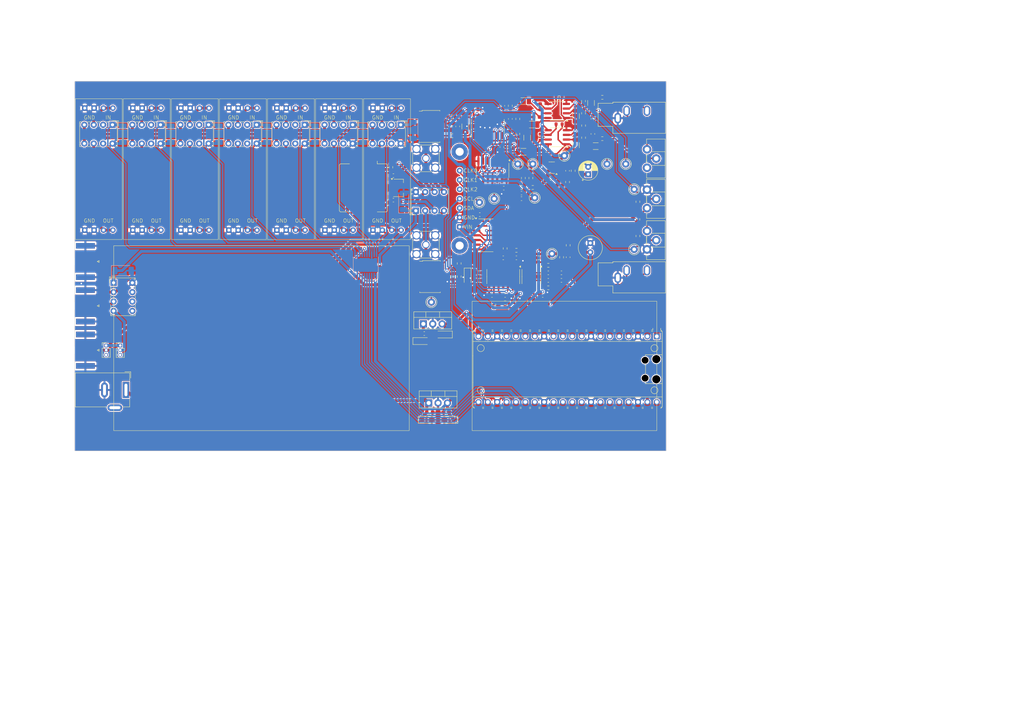
<source format=kicad_pcb>
(kicad_pcb (version 20240108) (generator "pcbnew") (generator_version "8.0")
  (layers (0 "F.Cu" signal) (31 "B.Cu" signal) (34 "B.Paste" user) (35 "F.Paste" user) (36 "B.SilkS" user "B.Silkscreen") (37 "F.SilkS" user "F.Silkscreen") (38 "B.Mask" user) (39 "F.Mask" user) (44 "Edge.Cuts" user))
  (net 0 "")
  (net 1 "GND")
  (net 2 "/Downconverter/RX_I")
  (net 3 "/Downconverter/RX_Q")
  (net 4 "/Downconverter/2.5V_TR")
  (net 5 "/Downconverter/2.5V_OPAMP")
  (net 6 "/Upconverter/BIAS")
  (net 7 "Net-(C24-Pad1)")
  (net 8 "/Upconverter/BIAS_I")
  (net 9 "/Upconverter/~{BIAS_I}")
  (net 10 "/Upconverter/BIAS_Q")
  (net 11 "/Upconverter/~{BIAS_Q}")
  (net 12 "+5VA")
  (net 13 "+5VD")
  (net 14 "+12V")
  (net 15 "/Bandpass Filter/RF out")
  (net 16 "Net-(R1-Pad1)")
  (net 17 "Net-(R1-Pad2)")
  (net 18 "Net-(R2-Pad2)")
  (net 19 "Net-(C8-Pad2)")
  (net 20 "Net-(C9-Pad2)")
  (net 21 "Net-(C10-Pad2)")
  (net 22 "Net-(C11-Pad2)")
  (net 23 "Net-(R2-Pad1)")
  (net 24 "Net-(C12-Pad1)")
  (net 25 "Net-(U8A-+)")
  (net 26 "Net-(R27-Pad2)")
  (net 27 "Net-(C13-Pad1)")
  (net 28 "Net-(U8B-+)")
  (net 29 "/Buffer Amplifier/RF out")
  (net 30 "Net-(C50-Pad1)")
  (net 31 "/Upconverter/TX_I")
  (net 32 "/Upconverter/TX_Q")
  (net 33 "/Downconverter/RX_IN")
  (net 34 "/Upconverter/TX_OUT")
  (net 35 "Net-(C23-Pad1)")
  (net 36 "/Bandpass Filter/RF in")
  (net 37 "Net-(C25-Pad2)")
  (net 38 "Net-(C26-Pad2)")
  (net 39 "/Downconverter/~{CLK_I}")
  (net 40 "/Downconverter/CLK_Q")
  (net 43 "SCL")
  (net 44 "SDA")
  (net 45 "/Downconverter/~{CLK_Q}")
  (net 46 "/Downconverter/CLK_I")
  (net 47 "Net-(C27-Pad2)")
  (net 48 "Net-(C28-Pad2)")
  (net 49 "Net-(C28-Pad1)")
  (net 50 "Net-(C29-Pad2)")
  (net 51 "Net-(C30-Pad2)")
  (net 52 "Net-(C30-Pad1)")
  (net 53 "Net-(U11-+)")
  (net 54 "Net-(C46-Pad2)")
  (net 55 "Net-(J1-In)")
  (net 56 "Net-(J2-In)")
  (net 57 "Net-(K3-Pad6)")
  (net 58 "40 m")
  (net 59 "/PA/TX out")
  (net 60 "/Upconverter/2.5V")
  (net 61 "/PA/TX in")
  (net 62 "/Upconverter/CLK_I")
  (net 64 "Net-(K3-Pad3)")
  (net 65 "Net-(K4-Pad3)")
  (net 66 "30 m")
  (net 67 "Net-(K4-Pad6)")
  (net 70 "20 m")
  (net 71 "Net-(K5-Pad6)")
  (net 72 "Net-(K5-Pad3)")
  (net 73 "/Upconverter/~{CLK_Q}")
  (net 75 "/Upconverter/~{CLK_I}")
  (net 76 "/Upconverter/CLK_Q")
  (net 78 "TX~{RX}")
  (net 79 "Net-(K6-Pad3)")
  (net 81 "Net-(K6-Pad6)")
  (net 82 "17 m")
  (net 84 "Net-(K7-Pad6)")
  (net 85 "15 m")
  (net 88 "Net-(K7-Pad3)")
  (net 90 "Net-(K8-Pad6)")
  (net 91 "Net-(K8-Pad3)")
  (net 93 "12 m")
  (net 94 "Net-(K9-Pad3)")
  (net 95 "Net-(K9-Pad6)")
  (net 96 "10 m")
  (net 99 "Net-(C47-Pad1)")
  (net 100 "Net-(U8A--)")
  (net 101 "Net-(U8B--)")
  (net 102 "Net-(R15-Pad1)")
  (net 103 "Net-(U10A--)")
  (net 104 "~{CS}")
  (net 105 "SCLK")
  (net 106 "Net-(U10B--)")
  (net 107 "Net-(R27-Pad1)")
  (net 108 "~{RESET}")
  (net 109 "Net-(R28-Pad2)")
  (net 110 "Net-(R28-Pad1)")
  (net 111 "Net-(R29-Pad2)")
  (net 112 "Net-(R33-Pad2)")
  (net 113 "Net-(R35-Pad1)")
  (net 114 "RX_LO")
  (net 115 "TX_LO")
  (net 117 "MISO")
  (net 118 "MOSI")
  (net 120 "Net-(JP1-A)")
  (net 177 "Net-(C27-Pad1)")
  (net 178 "Net-(C29-Pad1)")
  (net 179 "Net-(U14A--)")
  (net 180 "Net-(U14B--)")
  (footprint "Resistor_SMD:R_0603_1608Metric" (layer "F.Cu") (at 147.457 64.7805 -90)
    (property "Reference" "R14" (hide yes))
    (property "Value" "1k")
  )
  (footprint "TestPoint:TestPoint_Loop_D1.80mm_Drill1.0mm_Beaded" (layer "F.Cu") (at 125.215 49.931)
    (property "Reference" "TP1" (hide yes))
    (property "Value" "RX_LO")
  )
  (footprint "Capacitor_SMD:C_1206_3216Metric" (layer "F.Cu") (at 151.359 34.458 -90)
    (property "Reference" "C52" (hide yes))
    (property "Value" "100pF")
  )
  (footprint "Capacitor_SMD:C_0603_1608Metric" (layer "F.Cu") (at 131.547 23.79 90)
    (property "Reference" "C36" (hide yes))
    (property "Value" "22nF")
  )
  (footprint "pico-sdx:Filter Module" (layer "F.Cu") (at 74.215 40.931)
    (property "Reference" "X5" (hide yes))
    (property "Value" "15 m")
  )
  (footprint "Resistor_SMD:R_0603_1608Metric" (layer "F.Cu") (at 135.227 62.906)
    (property "Reference" "R3" (hide yes))
    (property "Value" "100R")
  )
  (footprint "Connector_Coaxial:SMA_Amphenol_132289_EdgeMount" (layer "F.Cu") (at 18.5775 65.931 180)
    (property "Reference" "J2" (hide yes))
    (property "Value" "RX")
  )
  (footprint "Resistor_SMD:R_0603_1608Metric" (layer "F.Cu") (at 141.644 24.044 -90)
    (property "Reference" "R20" (hide yes))
    (property "Value" "10k")
  )
  (footprint "TestPoint:TestPoint_Loop_D1.80mm_Drill1.0mm_Beaded" (layer "F.Cu") (at 148.215 37.312)
    (property "Reference" "TP11" (hide yes))
    (property "Value" "TestPoint")
  )
  (footprint "Resistor_SMD:R_0603_1608Metric" (layer "F.Cu") (at 146.787 28.743 180)
    (property "Reference" "R17" (hide yes))
    (property "Value" "10k")
  )
  (footprint "Capacitor_SMD:C_0603_1608Metric" (layer "F.Cu") (at 110.296 85.432)
    (property "Reference" "C2" (hide yes))
    (property "Value" "100nF")
  )
  (footprint "Resistor_SMD:R_0603_1608Metric" (layer "F.Cu") (at 143.863 73.066)
    (property "Reference" "R9" (hide yes))
    (property "Value" "2.2k")
  )
  (footprint "Capacitor_SMD:C_1206_3216Metric" (layer "F.Cu") (at 137.135 22.52 180)
    (property "Reference" "C30" (hide yes))
    (property "Value" "10µF")
  )
  (footprint "Capacitor_SMD:C_0603_1608Metric" (layer "F.Cu") (at 101.947 42.709 180)
    (property "Reference" "C46" (hide yes))
    (property "Value" "1µF")
  )
  (footprint "Package_TO_SOT_SMD:SOT-23-5" (layer "F.Cu") (at 144.7855 40.548888 180)
    (property "Reference" "U11" (hide yes))
    (property "Value" "LM321")
  )
  (footprint "Resistor_SMD:R_0603_1608Metric" (layer "F.Cu") (at 149.065 44.424888 90)
    (property "Reference" "R25" (hide yes))
    (property "Value" "10k")
  )
  (footprint "Resistor_SMD:R_0603_1608Metric" (layer "F.Cu") (at 158.471 21.504 180)
    (property "Reference" "R16" (hide yes))
    (property "Value" "2.7k")
  )
  (footprint "Capacitor_SMD:C_0603_1608Metric" (layer "F.Cu") (at 111.742 106.754888)
    (property "Reference" "C1" (hide yes))
    (property "Value" "100nF")
  )
  (footprint "Resistor_SMD:R_0603_1608Metric" (layer "F.Cu") (at 141.323 64.938)
    (property "Reference" "R8" (hide yes))
    (property "Value" "2.2k")
  )
  (footprint "Resistor_SMD:R_0603_1608Metric" (layer "F.Cu") (at 129.131 77.638 -90)
    (property "Reference" "R6" (hide yes))
    (property "Value" "100R")
  )
  (footprint "TestPoint:TestPoint_Loop_D1.80mm_Drill1.0mm_Beaded" (layer "F.Cu") (at 159.741 39.538)
    (property "Reference" "TP5" (hide yes))
    (property "Value" "TestPoint")
  )
  (footprint "Relay_THT:Relay_DPDT_Omron_G6K-2P" (layer "F.Cu") (at 103.9225 28.931 -90)
    (property "Reference" "K9" (hide yes))
    (property "Value" "G6K-2")
  )
  (footprint "TestPoint:TestPoint_Loop_D1.80mm_Drill1.0mm_Beaded" (layer "F.Cu") (at 112.215 76.931)
    (property "Reference" "TP3" (hide yes))
    (property "Value" "RX_TR_Midpoint")
  )
  (footprint "Capacitor_SMD:C_0603_1608Metric" (layer "F.Cu") (at 135.227 64.938 180)
    (property "Reference" "C8" (hide yes))
    (property "Value" "22nF")
  )
  (footprint "Capacitor_Tantalum_SMD:CP_EIA-3216-18_Kemet-A" (layer "F.Cu") (at 115.585 85.686 180)
    (property "Reference" "C6" (hide yes))
    (property "Value" "1µF")
  )
  (footprint "Resistor_SMD:R_0603_1608Metric" (layer "F.Cu") (at 137.114 43.348 -90)
    (property "Reference" "R30" (hide yes))
    (property "Value" "2.2k")
  )
  (footprint "Capacitor_Tantalum_SMD:CP_EIA-3216-18_Kemet-A" (layer "F.Cu") (at 109.534 87.464)
    (property "Reference" "C4" (hide yes))
    (property "Value" "1µF")
  )
  (footprint "Capacitor_SMD:C_0603_1608Metric" (layer "F.Cu") (at 117.323 29.378 90)
    (property "Reference" "C41" (hide yes))
    (property "Value" "10nF")
  )
  (footprint "Resistor_SMD:R_0603_1608Metric" (layer "F.Cu") (at 132.179 77.13)
    (property "Reference" "R5" (hide yes))
    (property "Value" "100R")
  )
  (footprint "Resistor_SMD:R_0603_1608Metric" (layer "F.Cu") (at 101.248 40.423 90)
    (property "Reference" "R36" (hide yes))
    (property "Value" "1.8R")
  )
  (footprint "Capacitor_SMD:C_0603_1608Metric" (layer "F.Cu") (at 143.863 71.034 180)
    (property "Reference" "C13" (hide yes))
    (property "Value" "330pF")
  )
  (footprint "Resistor_SMD:R_0603_1608Metric" (layer "F.Cu") (at 136.606 45.888 180)
    (property "Reference" "R32" (hide yes))
    (property "Value" "2.2k")
  )
  (footprint "Connector_Coaxial:SMA_Amphenol_132289_EdgeMount" (layer "F.Cu") (at 18.5775 89.931 180)
    (property "Reference" "J3" (hide yes))
    (property "Value" "TX")
  )
  (footprint "Capacitor_SMD:C_0603_1608Metric" (layer "F.Cu") (at 133.579 31.41 90)
    (property "Reference" "C34" (hide yes))
    (property "Value" "22nF")
  )
  (footprint "Relay_THT:Relay_DPDT_Omron_G6K-2P" (layer "F.Cu") (at 26.215 71.686)
    (property "Reference" "K2" (hide yes))
    (property "Value" "G6K-2")
  )
  (footprint "Capacitor_SMD:C_1206_3216Metric" (layer "F.Cu") (at 155.423 23.028 90)
    (property "Reference" "C26" (hide yes))
    (property "Value" "10µF")
  )
  (footprint "Capacitor_SMD:C_0603_1608Metric" (layer "F.Cu") (at 144.493 43.408888)
    (property "Reference" "C38" (hide yes))
    (property "Value" "100nF")
  )
  (footprint "Capacitor_SMD:C_0603_1608Metric" (layer "F.Cu") (at 116.314 106.754888 180)
    (property "Reference" "C7" (hide yes))
    (property "Value" "100nF")
  )
  (footprint "Package_TO_SOT_SMD:SOT-89-3" (layer "F.Cu") (at 103.3015 46.011)
    (property "Reference" "U13" (hide yes))
    (property "Value" "HMC589A")
  )
  (footprint "Capacitor_SMD:C_0603_1608Metric" (layer "F.Cu") (at 132.179 75.098 180)
    (property "Reference" "C10" (hide yes))
    (property "Value" "22nF")
  )
  (footprint "Resistor_SMD:R_0603_1608Metric" (layer "F.Cu") (at 117.831 26.838 180)
    (property "Reference" "R28" (hide yes))
    (property "Value" "47R")
  )
  (footprint "Resistor_SMD:R_0603_1608Metric" (layer "F.Cu") (at 119.733 70.018 -90)
    (property "Reference" "R12" (hide yes))
    (property "Value" "1k")
  )
  (footprint "Connector_BarrelJack:BarrelJack_Wuerth_6941xx301002" (layer "F.Cu") (at 29.561 100.686 -90)
    (property "Reference" "J8" (hide yes))
    (property "Value" "Barrel_Jack_Switch")
  )
  (footprint "Relay_THT:Relay_DPDT_Omron_G6K-2P" (layer "F.Cu") (at 108.0075 52.1935 90)
    (property "Reference" "K1" (hide yes))
    (property "Value" "G6K-2")
  )
  (footprint "Capacitor_SMD:C_0603_1608Metric" (layer "F.Cu") (at 125.32 53.254)
    (property "Reference" "C14" (hide yes))
    (property "Value" "100nF")
  )
  (footprint "Resistor_SMD:R_0603_1608Metric" (layer "F.Cu") (at 153.404 29.146 -90)
    (property "Reference" "R39" (hide yes))
    (property "Value" "7.5k")
  )
  (footprint "Capacitor_SMD:C_1206_3216Metric" (layer "F.Cu") (at 137.135 36.236 180)
    (property "Reference" "C27" (hide yes))
    (property "Value" "10µF")
  )
  (footprint "Capacitor_SMD:C_0603_1608Metric" (layer "F.Cu") (at 135.227 75.606 -90)
    (property "Reference" "C17" (hide yes))
    (property "Value" "100nF")
  )
  (footprint "Capacitor_SMD:C_0603_1608Metric" (layer "F.Cu") (at 117.955 70.018 -90)
    (property "Reference" "C18" (hide yes))
    (property "Value" "10nF")
  )
  (footprint "Capacitor_SMD:C_0603_1608Metric" (layer "F.Cu") (at 136.606 48.936 180)
    (property "Reference" "C45" (hide yes))
    (property "Value" "100nF")
  )
  (footprint "TestPoint:TestPoint_Loop_D1.80mm_Drill1.0mm_Beaded" (layer "F.Cu") (at 140.175 48.682)
    (property "Reference" "TP12" (hide yes))
    (property "Value" "TestPoint")
  )
  (footprint "Capacitor_SMD:C_0603_1608Metric" (layer "F.Cu") (at 149.235 64.7805 -90)
    (property "Reference" "C19" (hide yes))
    (property "Value" "100nF")
  )
  (footprint "Capacitor_SMD:C_1206_3216Metric" (layer "F.Cu") (at 151.359 26.584 -90)
    (property "Reference" "C53" (hide yes))
    (property "Value" "100pF")
  )
  (footprint "Capacitor_Tantalum_SMD:CP_EIA-3216-18_Kemet-A" (layer "F.Cu") (at 117.076 108.786888 180)
    (property "Reference" "C5" (hide yes))
    (property "Value" "1µF")
  )
  (footprint "Relay_THT:Relay_DPDT_Omron_G6K-2P" (layer "F.Cu") (at 51.9225 28.931 -90)
    (property "Reference" "K5" (hide yes))
    (property "Value" "G6K-2")
  )
  (footprint "Resistor_SMD:R_0603_1608Metric" (layer "F.Cu") (at 132.179 62.398 90)
    (property "Reference" "R4" (hide yes))
    (property "Value" "100R")
  )
  (footprint "Resistor_SMD:R_0603_1608Metric" (layer "F.Cu") (at 135.611 31.41 -90)
    (property "Reference" "R22" (hide yes))
    (property "Value" "51R")
  )
  (footprint "Resistor_SMD:R_0603_1608Metric" (layer "F.Cu") (at 125.067 71.034)
    (property "Reference" "R2" (hide yes))
    (property "Value" "82R")
  )
  (footprint "Resistor_SMD:R_0603_1608Metric" (layer "F.Cu") (at 150.589 41.376888 90)
    (property "Reference" "R26" (hide yes))
    (property "Value" "10k")
  )
  (footprint "Capacitor_SMD:C_0603_1608Metric" (layer "F.Cu") (at 119.355 29.378 90)
    (property "Reference" "C39" (hide yes))
    (property "Value" "100nF")
  )
  (footprint "Capacitor_SMD:C_0603_1608Metric" (layer "F.Cu") (at 147.419 69.002 180)
    (property "Reference" "C15" (hide yes))
    (property "Value" "1µF")
  )
  (footprint "Relay_THT:Relay_DPDT_Omron_G6K-2P" (layer "F.Cu") (at 90.9225 28.931 -90)
    (property "Reference" "K8" (hide yes))
    (property "Value" "G6K-2")
  )
  (footprint "Capacitor_SMD:C_0603_1608Metric" (layer "F.Cu") (at 101.947 49.313)
    (property "Reference" "C50" (hide yes))
    (property "Value" "1µF")
  )
  (footprint "Capacitor_SMD:C_0603_1608Metric" (layer "F.Cu") (at 131.671 64.938)
    (property "Reference" "C9" (hide yes))
    (property "Value" "22nF")
  )
  (footprint "Package_TO_SOT_THT:TO-220-3_Vertical" (layer "F.Cu") (at 111.488 104.214888)
    (property "Reference" "U4" (hide yes))
    (property "Value" "uA7805")
  )
  (footprint "Capacitor_SMD:C_0603_1608Metric" (layer "F.Cu") (at 131.293 34.966 -90)
    (property "Reference" "C33" (hide yes))
    (property "Value" "22nF")
  )
  (footprint "pico-sdx:Filter Module" (layer "F.Cu") (at 61.215 40.931)
    (property "Reference" "X4" (hide yes))
    (property "Value" "17 m")
  )
  (footprint "Resistor_SMD:R_0603_1608Metric" (layer "F.Cu") (at 133.579 23.79 -90)
    (property "Reference" "R24" (hide yes))
    (property "Value" "51R")
  )
  (footprint "Relay_THT:Relay_DPDT_Omron_G6K-2P" (layer "F.Cu") (at 25.9225 28.931 -90)
    (property "Reference" "K3" (hide yes))
    (property "Value" "G6K-2")
  )
  (footprint "Capacitor_SMD:C_0603_1608Metric" (layer "F.Cu") (at 131.813 46.077 180)
    (property "Reference" "C42" (hide yes))
    (property "Value" "100nF")
  )
  (footprint "pico-sdx:Filter Module" (layer "F.Cu") (at 87.215 40.931)
    (property "Reference" "X6" (hide yes))
    (property "Value" "12 m")
  )
  (footprint "Relay_THT:Relay_DPDT_Omron_G6K-2P" (layer "F.Cu") (at 38.9225 28.931 -90)
    (property "Reference" "K4" (hide yes))
    (property "Value" "G6K-2")
  )
  (footprint "TestPoint:TestPoint_Loop_D1.80mm_Drill1.0mm_Beaded" (layer "F.Cu") (at 135.603 39.538)
    (property "Reference" "TP8" (hide yes))
    (property "Value" "TestPoint")
  )
  (footprint "Relay_THT:Relay_DPDT_Omron_G6K-2P" (layer "F.Cu") (at 77.9225 28.931 -90)
    (property "Reference" "K7" (hide yes))
    (property "Value" "G6K-2")
  )
  (footprint "Capacitor_SMD:C_0603_1608Metric" (layer "F.Cu") (at 143.231 35.855 180)
    (property "Reference" "C44" (hide yes))
    (property "Value" "100nF")
  )
  (footprint "Resistor_SMD:R_0603_1608Metric" (layer "F.Cu") (at 168.115 59.033 90)
    (property "Reference" "R29" (hide yes))
    (property "Value" "2.2k")
  )
  (footprint "Connector_Audio:Jack_3.5mm_CUI_SJ1-3533NG_Horizontal" (layer "F.Cu") (at 162.657 70.322 90)
    (property "Reference" "J6" (hide yes))
    (property "Value" "AudioJack3")
  )
  (footprint "Potentiometer_THT:Potentiometer_Piher_PT-10-H01_Horizontal" (layer "F.Cu") (at 170.571 57.662)
    (property "Reference" "RV2" (hide yes))
    (property "Value" "1k")
  )
  (footprint "Resistor_SMD:R_0603_1608Metric" (layer "F.Cu") (at 139.146 43.348 90)
    (property "Reference" "R34" (hide yes))
    (property "Value" "2.2k")
  )
  (footprint "Relay_THT:Relay_DPDT_Omron_G6K-2P" (layer "F.Cu") (at 64.9225 28.931 -90)
    (property "Reference" "K6" (hide yes))
    (property "Value" "G6K-2")
  )
  (footprint "Connector_Audio:Jack_3.5mm_CUI_SJ1-3533NG_Horizontal" (layer "F.Cu") (at 162.657 27.142 90)
    (property "Reference" "J7" (hide yes))
    (property "Value" "AudioJack3")
  )
  (footprint "Connector_PinHeader_1.27mm:PinHeader_1x03_P1.27mm_Vertical" (layer "F.Cu") (at 24.215 88.661)
    (property "Reference" "JP1" (hide yes))
    (property "Value" "Jumper_3_Open")
  )
  (footprint "Capacitor_SMD:C_0603_1608Metric" (layer "F.Cu") (at 155.931 31.41 90)
    (property "Reference" "C23" (hide yes))
    (property "Value" "220pF")
  )
  (footprint "Connector_Coaxial:SMA_Amphenol_132289_EdgeMount" (layer "F.Cu") (at 18.5775 77.931 180)
    (property "Reference" "J1" (hide yes))
    (property "Value" "Antenna")
  )
  (footprint "pico-sdx:Filter Module" (layer "F.Cu") (at 22.215 40.931)
    (property "Reference" "X1" (hide yes))
    (property "Value" "40 m")
  )
  (footprint "Package_SO:SOIC-14_3.9x8.7mm_P1.27mm" (layer "F.Cu") (at 131.671 70.018 -90)
    (property "Reference" "U7" (hide yes))
    (property "Value" "4066")
  )
  (footprint "Connector_Coaxial:SMA_Amphenol_132291_Vertical" (layer "F.Cu") (at 110.731 38.014 180)
    (property "Reference" "J5" (hide yes))
    (property "Value" "Conn_Coaxial")
  )
  (footprint "Resistor_SMD:R_0603_1608Metric" (layer "F.Cu") (at 138.783 76.622 -90)
    (property "Reference" "R10" (hide yes))
    (property "Value" "2.2k")
  )
  (footprint "TestPoint:TestPoint_Loop_D1.80mm_Drill1.0mm_Beaded" (layer "F.Cu") (at 164.821 39.538)
    (property "Reference" "TP6" (hide yes))
    (property "Value" "TestPoint")
  )
  (footprint "Resistor_SMD:R_0603_1608Metric" (layer "F.Cu") (at 158.471 32.68 180)
    (property "Reference" "R15" (hide yes))
    (property "Value" "2.2k")
  )
  (footprint "Capacitor_SMD:C_0603_1608Metric" (layer "F.Cu") (at 133.579 27.346 -90)
    (property "Reference" "C35" (hide yes))
    (property "Value" "22nF")
  )
  (footprint "Capacitor_THT:C_Radial_D6.3mm_H11.0mm_P2.50mm" (layer "F.Cu") (at 155.235 63.436 90)
    (property "Reference" "C22" (hide yes))
    (property "Value" "330µF")
  )
  (footprint "pico-sdx:Filter Module" (layer "F.Cu") (at 100.215 40.931)
    (property "Reference" "X7" (hide yes))
    (property "Value" "10 m")
  )
  (footprint "Capacitor_SMD:C_0603_1608Metric" (layer "F.Cu") (at 147.419 71.034 180)
    (property "Reference" "C16" (hide yes))
    (property "Value" "1µF")
  )
  (footprint "Capacitor_SMD:C_0603_1608Metric" (layer "F.Cu") (at 149.065 41.376888 90)
    (property "Reference" "C32" (hide yes))
    (property "Value" "100nF")
  )
  (footprint "Resistor_SMD:R_0603_1608Metric" (layer "F.Cu") (at 133.325 34.966 90)
    (property "Reference" "R21" (hide yes))
    (property "Value" "51R")
  )
  (footprint "TestPoint:TestPoint_Loop_D1.80mm_Drill1.0mm_Beaded" (layer "F.Cu") (at 139.667 39.538)
    (property "Reference" "TP9" (hide yes))
    (property "Value" "TestPoint")
  )
  (footprint "TestPoint:TestPoint_Loop_D1.80mm_Drill1.0mm_Beaded" (layer "F.Cu") (at 167.099 62.652)
    (property "Reference" "TP7" (hide yes))
    (property "Value" "TestPoint")
  )
  (footprint "Resistor_SMD:R_0603_1608Metric" (layer "F.Cu") (at 168.115 54.524 90)
    (property "Reference" "R33" (hide yes))
    (property "Value" "1.2k")
  )
  (footprint "Capacitor_SMD:C_0603_1608Metric" (layer "F.Cu") (at 124.062 24.806)
    (property "Reference" "C40" (hide yes))
    (property "Value" "100nF")
  )
  (footprint "Capacitor_SMD:C_0603_1608Metric" (layer "F.Cu") (at 136.606 47.412 180)
    (property "Reference" "C43" (hide yes))
    (property "Value" "100nF")
  )
  (footprint "pico-sdx:Filter Module" (layer "F.Cu") (at 48.215 40.931)
    (property "Reference" "X3" (hide yes))
    (property "Value" "20 m")
  )
  (footprint "Module_RaspberryPi_Pico:RaspberryPi_Pico_Common" (layer "F.Cu") (at 149.085 95.076 -90)
    (property "Reference" "U2" (hide yes))
    (property "Value" "RaspberryPi_Pico")
  )
  (footprint "Resistor_SMD:R_0603_1608Metric" (layer "F.Cu") (at 153.404 32.426 -90)
    (property "Reference" "R38" (hide yes))
    (property "Value" "10k")
  )
  (footprint "Resistor_SMD:R_0603_1608Metric" (layer "F.Cu") (at 146.787 21.631 180)
    (property "Reference" "R18" (hide yes))
    (property "Value" "10k")
  )
  (footprint "Resistor_SMD:R_0603_1608Metric" (layer "F.Cu") (at 143.863 66.97)
    (property "Reference" "R7" (hide yes))
    (property "Value" "2.2k")
  )
  (footprint "Capacitor_SMD:C_0603_1608Metric" (layer "F.Cu") (at 128.623 75.098)
    (property "Reference" "C11" (hide yes))
    (property "Value" "22nF")
  )
  (footprint "pico-sdx:Transformer_MiniCircuits_ADT1-6T+" (layer "F.Cu") (at 111.859 70.018 -90)
    (property "Reference" "T1" (hide yes))
    (property "Value" "T-622")
  )
  (footprint "Inductor_SMD:L_Bourns_SRR1208_12.7x12.7mm" (layer "F.Cu") (at 93.819 46.011 -90)
    (property "Reference" "L1" (hide yes))
    (property "Value" "27µH")
  )
  (footprint "Package_SO:SOIC-8_3.9x4.9mm_P1.27mm" (layer "F.Cu") (at 146.292 32.299 180)
    (property "Reference" "U10" (hide yes))
    (property "Value" "OPA1602")
  )
  (footprint "Package_SO:SOIC-14_3.9x8.7mm_P1.27mm" (layer "F.Cu") (at 126.987 58.842)
    (property "Reference" "U6" (hide yes))
    (property "Value" "74HC74")
  )
  (footprint "Resistor_SMD:R_0603_1608Metric" (layer "F.Cu") (at 141.72 32.299 -90)
    (property "Reference" "R19" (hide yes))
    (property "Value" "10k")
  )
  (footprint "Capacitor_SMD:C_1206_3216Metric" (layer "F.Cu") (at 138.151 32.426 90)
    (property "Reference" "C28" (hide yes))
    (property "Value" "10µF")
  )
  (footprint "Capacitor_SMD:C_0603_1608Metric" (layer "F.Cu") (at 142.339 75.098)
    (property "Reference" "C20" (hide yes))
    (property "Value" "100nF")
  )
  (footprint "Resistor_SMD:R_0603_1608Metric" (layer "F.Cu") (at 153.391 25.822 -90)
    (property "Reference" "R37" (hide yes))
    (property "Value" "10k")
  )
  (footprint "Potentiometer_THT:Potentiometer_Piher_PT-10-H01_Horizontal" (layer "F.Cu") (at 170.571 46.486)
    (property "Reference" "RV3" (hide yes))
    (property "Value" "1k")
  )
  (footprint "Capacitor_Tantalum_SMD:CP_EIA-3216-18_Kemet-A" (layer "F.Cu") (at 110.98 108.786888)
    (property "Reference" "C3" (hide yes))
    (property "Value" "1µF")
  )
  (footprint "Package_SO:SOIC-14_3.9x8.7mm_P1.27mm" (layer "F.Cu") (at 127.483 29.378 90)
    (property "Reference" "U12" (hide yes))
    (property "Value" "4066")
  )
  (footprint "Capacitor_SMD:C_0603_1608Metric" (layer "F.Cu") (at 140.691 26.838 180)
    (property "Reference" "C51" (hide yes))
    (property "Value" "100nF")
  )
  (footprint "TestPoint:TestPoint_Loop_D1.80mm_Drill1.0mm_Beaded" (layer "F.Cu") (at 167.099 46.396 180)
    (property "Reference" "TP10" (hide yes))
    (property "Value" "TestPoint")
  )
  (footprint "Connector_Coaxial:SMA_Amphenol_132291_Vertical" (layer "F.Cu") (at 110.731 61.382 180)
    (property "Reference" "J4" (hide yes))
    (property "Value" "Conn_Coaxial")
  )
  (footprint "pico-sdx:Filter Module" (layer "F.Cu") (at 35.215 40.931)
    (property "Reference" "X2" (hide yes))
    (property "Value" "30 m")
  )
  (footprint "TestPoint:TestPoint_Loop_D1.80mm_Drill1.0mm_Beaded" (layer "F.Cu") (at 129.215 48.931)
    (property "Reference" "TP2" (hide yes))
    (property "Value" "TX_LO")
  )
  (footprint "Resistor_SMD:R_0603_1608Metric" (layer "F.Cu") (at 125.067 69.002)
    (property "Reference" "R1" (hide yes))
    (property "Value" "82R")
  )
  (footprint "Capacitor_Tantalum_SMD:CP_EIA-3216-18_Kemet-A" (layer "F.Cu") (at 122.019 70.018 -90)
    (property "Reference" "C21" (hide yes))
    (property "Value" "1µF")
  )
  (footprint "Connector_PinHeader_1.27mm:PinHeader_1x03_P1.27mm_Vertical" (layer "F.Cu") (at 28.025 88.661)
    (property "Reference" "JP2" (hide yes))
    (property "Value" "Jumper_3_Open")
  )
  (footprint "pico-sdx:Transformer_MiniCircuits_ADT1-6T+" (layer "F.Cu") (at 111.735 29.378 -90)
    (property "Reference" "T2" (hide yes))
    (property "Value" "Transformer_SP_1S")
  )
  (footprint "Package_SO:SOIC-8_3.9x4.9mm_P1.27mm" (layer "F.Cu") (at 146.279 25.187 180)
    (property "Reference" "U14" (hide yes))
    (property "Value" "OPA1602")
  )
  (footprint "Resistor_SMD:R_0603_1608Metric" (layer "F.Cu") (at 153.391 22.52 -90)
    (property "Reference" "R40" (hide yes))
    (property "Value" "7.5k")
  )
  (footprint "Capacitor_SMD:C_1206_3216Metric" (layer "F.Cu") (at 121.387 29.378 90)
    (property "Reference" "C37" (hide yes))
    (property "Value" "10µF")
  )
  (footprint "Resistor_SMD:R_0603_1608Metric" (layer "F.Cu") (at 119.733 66.462 -90)
    (property "Reference" "R11" (hide yes))
    (property "Value" "1k")
  )
  (footprint "Package_TO_SOT_THT:TO-220-3_Vertical" (layer "F.Cu") (at 110.042 82.821)
    (property "Reference" "U5" (hide yes))
    (property "Value" "uA7805")
  )
  (footprint "Capacitor_THT:CP_Radial_D5.0mm_P2.00mm" (layer "F.Cu") (at 154.653 42.332 90)
    (property "Reference" "C31" (hide yes))
    (property "Value" "47µF")
  )
  (footprint "Capacitor_SMD:C_0603_1608Metric" (layer "F.Cu") (at 155.931 27.346 -90)
    (property "Reference" "C24" (hide yes))
    (property "Value" "220pF")
  )
  (footprint "Potentiometer_THT:Potentiometer_Piher_PT-10-H01_Horizontal" (layer "F.Cu") (at 170.571 35.564)
    (property "Reference" "RV1" (hide yes))
    (property "Value" "1k")
  )
  (footprint "Resistor_SMD:R_0603_1608Metric" (layer "F.Cu") (at 117.831 31.918 180)
    (property "Reference" "R27" (hide yes))
    (property "Value" "47R")
  )
  (footprint "Package_SO:SOIC-8_3.9x4.9mm_P1.27mm" (layer "F.Cu") (at 139.291 70.018 -90)
    (property "Reference" "U8" (hide yes))
    (property "Value" "OPA2350")
  )
  (footprint "Capacitor_SMD:C_1206_3216Metric" (layer "F.Cu") (at 156.693 34.712 180)
    (property "Reference" "C25" (hide yes))
    (property "Value" "10µF")
  )
  (footprint "pico-sdx:Module_Si5351" (layer "F.Cu") (at 127.485 48.936)
    (property "Reference" "U3" (hide yes))
    (property "Value" "~" (hide yes))
  )
  (footprint "Resistor_SMD:R_0603_1608Metric" (layer "F.Cu") (at 135.611 27.346 90)
    (property "Reference" "R23" (hide yes))
    (property "Value" "51R")
  )
  (footprint "Resistor_SMD:R_0603_1608Metric" (layer "F.Cu") (at 149.235 61.5415 -90)
    (property "Reference" "R13" (hide yes))
    (property "Value" "1k")
  )
  (footprint "Capacitor_SMD:C_1206_3216Metric" (layer "F.Cu") (at 139.421 28.87 180)
    (property "Reference" "C29" (hide yes))
    (property "Value" "10µF")
  )
  (footprint "Resistor_SMD:R_0603_1608Metric" (layer "F.Cu") (at 139.654 45.888 180)
    (property "Reference" "R31" (hide yes))
    (property "Value" "2.2k")
  )
  (footprint "Capacitor_SMD:C_0603_1608Metric" (layer "F.Cu") (at 143.863 69.002 180)
    (property "Reference" "C12" (hide yes))
    (property "Value" "330pF")
  )
  (footprint "Package_SO:SOIC-14_3.9x8.7mm_P1.27mm" (layer "F.Cu") (at 128.765 41.251 -90)
    (property "Reference" "U9" (hide yes))
    (property "Value" "74HC74")
  )
  (footprint "TestPoint:TestPoint_Loop_D1.80mm_Drill1.0mm_Beaded" (layer "F.Cu") (at 144.842 63.828888)
    (property "Reference" "TP4" (hide yes))
    (property "Value" "RX_OPAMP_Midpoint")
  )
  (footprint "Resistor_SMD:R_0603_1608Metric" (layer "F.Cu") (at 168.115 49.761 90)
    (property "Reference" "R35" (hide yes))
    (property "Value" "2.2k")
  )
  (footprint "Diode_SMD:D_SOD-128" (layer "B.Cu") (at 107.215 30.4535 -90)
    (property "Reference" "D9" (hide yes))
    (property "Value" "D")
  )
  (footprint "Diode_SMD:D_SOD-128" (layer "B.Cu") (at 104.715 49.671 90)
    (property "Reference" "D2" (hide yes))
    (property "Value" "D")
  )
  (footprint "Diode_SMD:D_SOD-128" (layer "B.Cu") (at 67.7375 31.476 -90)
    (property "Reference" "D6" (hide yes))
    (property "Value" "D")
  )
  (footprint "Diode_SMD:D_SOD-128" (layer "B.Cu") (at 41.7375 31.476 -90)
    (property "Reference" "D4" (hide yes))
    (property "Value" "D")
  )
  (footprint "Diode_SMD:D_SOD-128" (layer "B.Cu") (at 80.7375 31.476 -90)
    (property "Reference" "D7" (hide yes))
    (property "Value" "D")
  )
  (footprint "Diode_SMD:D_SOD-128" (layer "B.Cu") (at 93.715 31.4985 -90)
    (property "Reference" "D8" (hide yes))
    (property "Value" "D")
  )
  (footprint "Package_SO:HTSSOP-20-1EP_4.4x6.5mm_P0.65mm_EP2.85x4mm" (layer "B.Cu") (at 94.46 66.870556 90)
    (property "Reference" "U1" (hide yes))
    (property "Value" "MAX4820xUP")
  )
  (footprint "Diode_SMD:D_SOD-128" (layer "B.Cu") (at 28.7375 31.476 -90)
    (property "Reference" "D3" (hide yes))
    (property "Value" "D")
  )
  (footprint "Diode_SMD:D_SOD-128" (layer "B.Cu") (at 28.7825 68.3935)
    (property "Reference" "D1" (hide yes))
    (property "Value" "D")
  )
  (footprint "Diode_SMD:D_SOD-128" (layer "B.Cu") (at 54.7375 31.476 -90)
    (property "Reference" "D5" (hide yes))
    (property "Value" "D")
  )
  (gr_rect (start 123.235 76.686) (end 173.235 111.686) (stroke (width 0.1)) (fill none) (layer "F.SilkS"))
  (gr_rect (start 26.235 61.686) (end 106.235 111.686) (stroke (width 0.1)) (fill none) (layer "F.SilkS"))
  (gr_rect (start 15.735 17.186) (end 175.735 117.186) (stroke (width 0.1)) (fill none) (layer "Edge.Cuts"))
  (segment (start 131.293 35.741) (end 130.73 35.741) (width 0.4) (layer "F.Cu") (net 1))
  (segment (start 136.002 64.938) (end 136.187 64.938) (width 0.4) (layer "F.Cu") (net 1))
  (segment (start 122.019 71.202) (end 122.785 70.436) (width 0.4) (layer "F.Cu") (net 1))
  (segment (start 122.019 71.368) (end 122.019 71.202) (width 0.4) (layer "F.Cu") (net 1))
  (segment (start 143.114 74.807) (end 143.635 74.286) (width 0.4) (layer "F.Cu") (net 1))
  (segment (start 125.565 24.806) (end 126.085 24.286) (width 0.4) (layer "F.Cu") (net 1))
  (segment (start 131.038 46.077) (end 131.038 47.439) (width 0.4) (layer "F.Cu") (net 1))
  (segment (start 162.657 27.142) (end 156.91 27.142) (width 0.4) (layer "F.Cu") (net 1))
  (segment (start 117.323 28.603) (end 120.687 28.603) (width 0.8) (layer "F.Cu") (net 1))
  (segment (start 124.837 24.806) (end 125.565 24.806) (width 0.4) (layer "F.Cu") (net 1))
  (segment (start 121.387 27.903) (end 121.387 28.888) (width 0.8) (layer "F.Cu") (net 1))
  (segment (start 121.387 28.888) (end 121.835 29.336) (width 0.8) (layer "F.Cu") (net 1))
  (segment (start 144.8605 43.001388) (end 144.8605 40.8745) (width 0.4) (layer "F.Cu") (net 1))
  (segment (start 156.91 27.142) (end 155.931 28.121) (width 0.4) (layer "F.Cu") (net 1))
  (segment (start 131.038 47.439) (end 131.235 47.636) (width 0.4) (layer "F.Cu") (net 1))
  (segment (start 145.268 43.408888) (end 144.8605 43.001388) (width 0.4) (layer "F.Cu") (net 1))
  (segment (start 145.923 40.548888) (end 150.586 40.548888) (width 0.4) (layer "F.Cu") (net 1))
  (segment (start 133.047 75.098) (end 133.835 75.886) (width 0.4) (layer "F.Cu") (net 1))
  (segment (start 132.954 75.098) (end 133.047 75.098) (width 0.4) (layer "F.Cu") (net 1))
  (segment (start 130.73 35.741) (end 130.135 36.336) (width 0.4) (layer "F.Cu") (net 1))
  (segment (start 135.227 76.381) (end 135.74 76.381) (width 0.4) (layer "F.Cu") (net 1))
  (segment (start 126.497 75.098) (end 126.485 75.086) (width 0.4) (layer "F.Cu") (net 1))
  (segment (start 145.186112 40.548888) (end 145.923 40.548888) (width 0.4) (layer "F.Cu") (net 1))
  (segment (start 144.8605 40.8745) (end 145.186112 40.548888) (width 0.4) (layer "F.Cu") (net 1))
  (segment (start 155.931 28.121) (end 155.931 30.635) (width 0.4) (layer "F.Cu") (net 1))
  (segment (start 120.687 28.603) (end 121.387 27.903) (width 0.8) (layer "F.Cu") (net 1))
  (segment (start 135.74 76.381) (end 136.185 75.936) (width 0.4) (layer "F.Cu") (net 1))
  (segment (start 127.848 75.098) (end 126.497 75.098) (width 0.4) (layer "F.Cu") (net 1))
  (segment (start 143.114 75.098) (end 143.114 74.807) (width 0.4) (layer "F.Cu") (net 1))
  (segment (start 150.586 40.548888) (end 150.589 40.551888) (width 0.4) (layer "F.Cu") (net 1))
  (segment (start 136.187 64.938) (end 136.985 65.736) (width 0.4) (layer "F.Cu") (net 1))
  (via (at 126.685 29.736) (size 0.8) (drill 0.4) (layers "F.Cu" "B.Cu") (net 1))
  (via (at 143.635 74.286) (size 0.8) (drill 0.4) (layers "F.Cu" "B.Cu") (net 1))
  (via (at 128.035 29.686) (size 0.8) (drill 0.4) (layers "F.Cu" "B.Cu") (net 1))
  (via (at 133.835 75.886) (size 0.8) (drill 0.4) (layers "F.Cu" "B.Cu") (net 1))
  (via (at 126.485 75.086) (size 0.8) (drill 0.4) (layers "F.Cu" "B.Cu") (net 1))
  (via (at 120.835 70.186) (size 0.8) (drill 0.4) (layers "F.Cu" "B.Cu") (net 1))
  (via (at 17.485 71.886) (size 0.8) (drill 0.4) (layers "F.Cu" "B.Cu") (net 1))
  (via (at 130.135 36.336) (size 0.8) (drill 0.4) (layers "F.Cu" "B.Cu") (net 1))
  (via (at 126.085 24.286) (size 0.8) (drill 0.4) (layers "F.Cu" "B.Cu") (net 1))
  (via (at 116.535 71.386) (size 0.8) (drill 0.4) (layers "F.Cu" "B.Cu") (net 1))
  (via (at 131.235 47.636) (size 0.8) (drill 0.4) (layers "F.Cu" "B.Cu") (net 1))
  (via (at 130.085 28.786) (size 0.8) (drill 0.4) (layers "F.Cu" "B.Cu") (net 1))
  (via (at 122.785 70.436) (size 0.8) (drill 0.4) (layers "F.Cu" "B.Cu") (net 1))
  (via (at 136.985 65.736) (size 0.8) (drill 0.4) (layers "F.Cu" "B.Cu") (net 1))
  (via (at 121.835 29.336) (size 0.8) (drill 0.4) (layers "F.Cu" "B.Cu") (net 1))
  (via (at 136.185 75.936) (size 0.8) (drill 0.4) (layers "F.Cu" "B.Cu") (net 1))
  (via (at 125.485 29.536) (size 0.8) (drill 0.4) (layers "F.Cu" "B.Cu") (net 1))
  (segment (start 38.9225 34.011) (end 41.4025 34.011) (width 0.8) (layer "B.Cu") (net 1))
  (segment (start 105.0725 47.1135) (end 104.715 47.471) (width 0.8) (layer "B.Cu") (net 1))
  (segment (start 51.9225 34.011) (end 54.4025 34.011) (width 0.8) (layer "B.Cu") (net 1))
  (segment (start 31.295 71.686) (end 31.295 68.706) (width 0.8) (layer "B.Cu") (net 1))
  (segment (start 41.4025 34.011) (end 41.7375 33.676) (width 0.8) (layer "B.Cu") (net 1))
  (segment (start 93.4025 34.011) (end 93.715 33.6985) (width 0.8) (layer "B.Cu") (net 1))
  (segment (start 25.9225 34.011) (end 28.4025 34.011) (width 0.8) (layer "B.Cu") (net 1))
  (segment (start 54.4025 34.011) (end 54.7375 33.676) (width 0.8) (layer "B.Cu") (net 1))
  (segment (start 31.295 68.706) (end 30.9825 68.3935) (width 0.8) (layer "B.Cu") (net 1))
  (segment (start 80.4025 34.011) (end 80.7375 33.676) (width 0.8) (layer "B.Cu") (net 1))
  (segment (start 67.4025 34.011) (end 67.7375 33.676) (width 0.8) (layer "B.Cu") (net 1))
  (segment (start 77.9225 34.011) (end 80.4025 34.011) (width 0.8) (layer "B.Cu") (net 1))
  (segment (start 64.9225 34.011) (end 67.4025 34.011) (width 0.8) (layer "B.Cu") (net 1))
  (segment (start 108.0075 47.1135) (end 105.0725 47.1135) (width 0.8) (layer "B.Cu") (net 1))
  (segment (start 28.4025 34.011) (end 28.7375 33.676) (width 0.8) (layer "B.Cu") (net 1))
  (segment (start 90.9225 34.011) (end 93.4025 34.011) (width 0.8) (layer "B.Cu") (net 1))
  (segment (start 148.194 69.002) (end 151.364 72.172) (width 0.4) (layer "F.Cu") (net 2))
  (segment (start 163.421 72.172) (end 165.057 70.536) (width 0.4) (layer "F.Cu") (net 2))
  (segment (start 151.364 72.172) (end 163.421 72.172) (width 0.4) (layer "F.Cu") (net 2))
  (segment (start 165.057 70.536) (end 165.057 68.322) (width 0.4) (layer "F.Cu") (net 2))
  (segment (start 149.932 72.772) (end 166.291 72.772) (width 0.4) (layer "F.Cu") (net 3))
  (segment (start 166.291 72.772) (end 170.557 68.506) (width 0.4) (layer "F.Cu") (net 3))
  (segment (start 148.194 71.034) (end 149.932 72.772) (width 0.4) (layer "F.Cu") (net 3))
  (segment (start 170.557 68.506) (end 170.557 68.322) (width 0.4) (layer "F.Cu") (net 3))
  (segment (start 119.733 69.193) (end 118.005 69.193) (width 0.8) (layer "F.Cu") (net 4))
  (segment (start 122.019 68.668) (end 120.258 68.668) (width 0.8) (layer "F.Cu") (net 4))
  (segment (start 119.733 67.287) (end 119.733 69.193) (width 0.8) (layer "F.Cu") (net 4))
  (segment (start 114.399 70.018) (end 116.469 70.018) (width 0.8) (layer "F.Cu") (net 4))
  (segment (start 112.215 76.931) (end 112.215 71.8465) (width 0.4) (layer "F.Cu") (net 4))
  (segment (start 116.469 70.018) (end 117.244 69.243) (width 0.8) (layer "F.Cu") (net 4))
  (segment (start 118.005 69.193) (end 117.955 69.243) (width 0.8) (layer "F.Cu") (net 4))
  (segment (start 114.0435 70.018) (end 114.399 70.018) (width 0.4) (layer "F.Cu") (net 4))
  (segment (start 120.258 68.668) (end 119.733 69.193) (width 0.8) (layer "F.Cu") (net 4))
  (segment (start 112.215 71.8465) (end 114.0435 70.018) (width 0.4) (layer "F.Cu") (net 4))
  (segment (start 117.244 69.243) (end 117.955 69.243) (width 0.8) (layer "F.Cu") (net 4))
  (segment (start 147.507 64.0055) (end 147.457 63.9555) (width 0.8) (layer "F.Cu") (net 5))
  (segment (start 150.935 64.0055) (end 151.5045 63.436) (width 0.8) (layer "F.Cu") (net 5))
  (segment (start 138.783 77.447) (end 144.473996 77.447) (width 0.8) (layer "F.Cu") (net 5))
  (segment (start 147.330388 63.828888) (end 147.457 63.9555) (width 0.8) (layer "F.Cu") (net 5))
  (segment (start 149.235 62.3665) (end 149.71 62.3665) (width 0.8) (layer "F.Cu") (net 5))
  (segment (start 143.732888 64.938) (end 144.842 63.828888) (width 0.8) (layer "F.Cu") (net 5))
  (segment (start 138.885 77.549) (end 138.783 77.447) (width 0.8) (layer "F.Cu") (net 5))
  (segment (start 144.473996 77.447) (end 144.473998 77.447002) (width 0.8) (layer "F.Cu") (net 5))
  (segment (start 144.842 63.828888) (end 147.330388 63.828888) (width 0.8) (layer "F.Cu") (net 5))
  (segment (start 151.5045 63.436) (end 155.235 63.436) (width 0.8) (layer "F.Cu") (net 5))
  (segment (start 149.235 64.0055) (end 150.935 64.0055) (width 0.8) (layer "F.Cu") (net 5))
  (segment (start 149.235 62.3665) (end 149.235 64.0055) (width 0.8) (layer "F.Cu") (net 5))
  (segment (start 149.235 64.0055) (end 147.507 64.0055) (width 0.8) (layer "F.Cu") (net 5))
  (segment (start 142.148 64.938) (end 143.732888 64.938) (width 0.8) (layer "F.Cu") (net 5))
  (via (at 144.473998 77.447002) (size 0.8) (drill 0.4) (layers "F.Cu" "B.Cu") (net 5))
  (segment (start 155.235 63.436) (end 155.235 66.686) (width 0.8) (layer "B.Cu") (net 5))
  (segment (start 155.235 66.686) (end 144.473998 77.447002) (width 0.8) (layer "B.Cu") (net 5))
  (segment (start 121.02653 30.4925) (end 121.38703 30.853) (width 0.8) (layer "F.Cu") (net 6))
  (segment (start 114.275 29.378) (end 115.3895 30.4925) (width 0.8) (layer "F.Cu") (net 6))
  (segment (start 138.829 44.49) (end 139.146 44.173) (width 0.8) (layer "F.Cu") (net 6))
  (segment (start 119.355 30.153) (end 120.687 30.153) (width 0.8) (layer "F.Cu") (net 6))
  (segment (start 120.68703 30.153) (end 121.38703 30.853) (width 0.8) (layer "F.Cu") (net 6))
  (segment (start 115.3895 30.4925) (end 121.02653 30.4925) (width 0.8) (layer "F.Cu") (net 6))
  (segment (start 137.381 44.44) (end 137.114 44.173) (width 0.8) (layer "F.Cu") (net 6))
  (segment (start 137.381 48.936) (end 137.381 44.44) (width 0.8) (layer "F.Cu") (net 6))
  (segment (start 138.829 45.888) (end 138.829 44.49) (width 0.8) (layer "F.Cu") (net 6))
  (segment (start 120.687 30.153) (end 121.387 30.853) (width 0.8) (layer "F.Cu") (net 6))
  (segment (start 139.921 48.936) (end 140.175 48.682) (width 0.8) (layer "F.Cu") (net 6))
  (segment (start 119.355 30.153) (end 120.68703 30.153) (width 0.8) (layer "F.Cu") (net 6))
  (segment (start 137.381 48.936) (end 139.921 48.936) (width 0.8) (layer "F.Cu") (net 6))
  (segment (start 137.114 44.173) (end 139.146 44.173) (width 0.8) (layer "F.Cu") (net 6))
  (via (at 121.38703 30.853) (size 0.8) (drill 0.4) (layers "F.Cu" "B.Cu") (net 6))
  (segment (start 122.665 34.553592) (end 121.38703 33.275622) (width 0.8) (layer "B.Cu") (net 6))
  (segment (start 135.653 44.16) (end 126.763 44.16) (width 0.8) (layer "B.Cu") (net 6))
  (segment (start 122.665 40.062) (end 122.665 34.553592) (width 0.8) (layer "B.Cu") (net 6))
  (segment (start 121.38703 33.275622) (end 121.38703 30.853) (width 0.8) (layer "B.Cu") (net 6))
  (segment (start 126.763 44.16) (end 122.665 40.062) (width 0.8) (layer "B.Cu") (net 6))
  (segment (start 140.175 48.682) (end 135.653 44.16) (width 0.8) (layer "B.Cu") (net 6))
  (segment (start 155.931 25.011) (end 155.423 24.503) (width 0.4) (layer "F.Cu") (net 7))
  (segment (start 155.931 26.571) (end 155.931 25.011) (width 0.4) (layer "F.Cu") (net 7))
  (segment (start 157.455 25.06) (end 155.98 25.06) (width 0.4) (layer "F.Cu") (net 7))
  (segment (start 155.423 23.727) (end 157.646 21.504) (width 0.4) (layer "F.Cu") (net 7))
  (segment (start 155.98 25.06) (end 155.423 24.503) (width 0.4) (layer "F.Cu") (net 7))
  (segment (start 155.423 24.503) (end 155.423 23.727) (width 0.4) (layer "F.Cu") (net 7))
  (via (at 157.455 25.06) (size 0.8) (drill 0.4) (layers "F.Cu" "B.Cu") (net 7))
  (segment (start 164.821 39.538) (end 164.821 32.426) (width 0.4) (layer "B.Cu") (net 7))
  (segment (start 164.821 32.426) (end 157.455 25.06) (width 0.4) (layer "B.Cu") (net 7))
  (segment (start 133.579 34.191) (end 125.524026 34.191) (width 0.4) (layer "F.Cu") (net 8))
  (segment (start 133.275 34.191) (end 133.325 34.141) (width 0.4) (layer "F.Cu") (net 8))
  (segment (start 133.388 34.204) (end 133.325 34.141) (width 0.4) (layer "F.Cu") (net 8))
  (segment (start 123.673 32.339974) (end 123.673 31.853) (width 0.4) (layer "F.Cu") (net 8))
  (segment (start 168.115 61.636) (end 167.099 62.652) (width 0.4) (layer "F.Cu") (net 8))
  (segment (start 168.115 59.858) (end 168.115 61.636) (width 0.4) (layer "F.Cu") (net 8))
  (segment (start 125.524026 34.191) (end 123.673 32.339974) (width 0.4) (layer "F.Cu") (net 8))
  (segment (start 131.293 34.191) (end 133.275 34.191) (width 0.4) (layer "F.Cu") (net 8))
  (segment (start 134.587 34.204) (end 133.388 34.204) (width 0.4) (layer "F.Cu") (net 8))
  (via (at 134.587 34.204) (size 0.8) (drill 0.4) (layers "F.Cu" "B.Cu") (net 8))
  (segment (start 160.801101 62.652) (end 134.587 36.437899) (width 0.4) (layer "B.Cu") (net 8))
  (segment (start 134.587 36.437899) (end 134.587 34.204) (width 0.4) (layer "B.Cu") (net 8))
  (segment (start 167.099 62.652) (end 160.801101 62.652) (width 0.4) (layer "B.Cu") (net 8))
  (segment (start 137.114 42.523) (end 137.114 41.049) (width 0.8) (layer "F.Cu") (net 9))
  (segment (start 137.114 41.049) (end 135.603 39.538) (width 0.8) (layer "F.Cu") (net 9))
  (segment (start 135.561 32.185) (end 135.611 32.235) (width 0.4) (layer "F.Cu") (net 9))
  (segment (start 127.483 32.934) (end 127.483 31.853) (width 0.4) (layer "F.Cu") (net 9))
  (segment (start 132.536 33.228) (end 127.777 33.228) (width 0.4) (layer "F.Cu") (net 9))
  (segment (start 127.777 33.228) (end 127.483 32.934) (width 0.4) (layer "F.Cu") (net 9))
  (segment (start 133.579 32.185) (end 135.561 32.185) (width 0.4) (layer "F.Cu") (net 9))
  (segment (start 133.579 32.185) (end 132.536 33.228) (width 0.4) (layer "F.Cu") (net 9))
  (segment (start 133.579 32.185) (end 132.822 32.185) (width 0.4) (layer "F.Cu") (net 9))
  (segment (start 132.822 32.185) (end 132.555 31.918) (width 0.4) (layer "F.Cu") (net 9))
  (via (at 132.555 31.918) (size 0.8) (drill 0.4) (layers "F.Cu" "B.Cu") (net 9))
  (segment (start 132.555 31.918) (end 132.555 36.49) (width 0.4) (layer "B.Cu") (net 9))
  (segment (start 132.555 36.49) (end 135.603 39.538) (width 0.4) (layer "B.Cu") (net 9))
  (segment (start 139.146 40.059) (end 139.667 39.538) (width 0.8) (layer "F.Cu") (net 10))
  (segment (start 133.247 26.903) (end 133.579 26.571) (width 0.4) (layer "F.Cu") (net 10))
  (segment (start 133.579 26.571) (end 135.561 26.571) (width 0.4) (layer "F.Cu") (net 10))
  (segment (start 131.293 26.903) (end 133.247 26.903) (width 0.4) (layer "F.Cu") (net 10))
  (segment (start 131.293 28.116) (end 131.793 28.616) (width 0.4) (layer "F.Cu") (net 10))
  (segment (start 139.146 42.523) (end 139.146 40.059) (width 0.8) (layer "F.Cu") (net 10))
  (segment (start 135.561 26.571) (end 135.611 26.521) (width 0.4) (layer "F.Cu") (net 10))
  (segment (start 131.293 26.903) (end 131.293 28.116) (width 0.4) (layer "F.Cu") (net 10))
  (via (at 131.793 28.616) (size 0.8) (drill 0.4) (layers "F.Cu" "B.Cu") (net 10))
  (segment (start 135.535 32.358) (end 135.535 35.786) (width 0.4) (layer "B.Cu") (net 10))
  (segment (start 139.287 39.538) (end 139.667 39.538) (width 0.4) (layer "B.Cu") (net 10))
  (segment (start 135.535 35.786) (end 139.287 39.538) (width 0.4) (layer "B.Cu") (net 10))
  (segment (start 131.793 28.616) (end 135.535 32.358) (width 0.4) (layer "B.Cu") (net 10))
  (segment (start 168.115 48.936) (end 168.115 47.412) (width 0.4) (layer "F.Cu") (net 11))
  (segment (start 131.547 24.565) (end 133.529 24.565) (width 0.4) (layer "F.Cu") (net 11))
  (segment (start 168.115 47.412) (end 167.099 46.396) (width 0.4) (layer "F.Cu") (net 11))
  (segment (start 133.579 24.565) (end 128.846001 24.565) (width 0.4) (layer "F.Cu") (net 11))
  (segment (start 128.846001 24.565) (end 127.483 25.928001) (width 0.4) (layer "F.Cu") (net 11))
  (segment (start 133.579 24.615) (end 134.994 24.615) (width 0.4) (layer "F.Cu") (net 11))
  (segment (start 133.529 24.565) (end 133.579 24.615) (width 0.4) (layer "F.Cu") (net 11))
  (segment (start 127.483 25.928001) (end 127.483 26.903) (width 0.4) (layer "F.Cu") (net 11))
  (segment (start 134.994 24.615) (end 135.095 24.514) (width 0.4) (layer "F.Cu") (net 11))
  (via (at 135.095 24.514) (size 0.8) (drill 0.4) (layers "F.Cu" "B.Cu") (net 11))
  (segment (start 167.099 46.396) (end 162.281 41.578) (width 0.4) (layer "B.Cu") (net 11))
  (segment (start 137.851 21.758) (end 135.095 24.514) (width 0.4) (layer "B.Cu") (net 11))
  (segment (start 162.281 41.578) (end 162.281 33.001918) (width 0.4) (layer "B.Cu") (net 11))
  (segment (start 162.281 33.001918) (end 151.037082 21.758) (width 0.4) (layer "B.Cu") (net 11))
  (segment (start 151.037082 21.758) (end 137.851 21.758) (width 0.4) (layer "B.Cu") (net 11))
  (segment (start 141.961 34.204) (end 141.453001 34.711999) (width 0.4) (layer "F.Cu") (net 12))
  (segment (start 149.235 60.7165) (end 155.349001 54.602499) (width 0.8) (layer "F.Cu") (net 12))
  (segment (start 158.015888 45.249888) (end 168.115 55.349) (width 0.8) (layer "F.Cu") (net 12))
  (segment (start 143.718 43.506848) (end 143.718 43.408888) (width 0.8) (layer "F.Cu") (net 12))
  (segment (start 149.065 45.249888) (end 145.46104 45.249888) (width 0.8) (layer "F.Cu") (net 12))
  (segment (start 115.122 82.821) (end 118.6 82.821) (width 0.8) (layer "F.Cu") (net 12))
  (segment (start 116.935 84.634) (end 115.122 82.821) (width 0.8) (layer "F.Cu") (net 12))
  (segment (start 143.231888 41.498888) (end 142.083 40.35) (width 0.8) (layer "F.Cu") (net 12))
  (segment (start 143.817 34.204) (end 141.961 34.204) (width 0.4) (layer "F.Cu") (net 12))
  (segment (start 141.466 26.838) (end 141.452998 26.838) (width 0.4) (layer "F.Cu") (net 12))
  (segment (start 143.704498 60.7165) (end 141.235 63.185998) (width 0.8) (layer "F.Cu") (net 12))
  (segment (start 145.46104 45.249888) (end 143.718 43.506848) (width 0.8) (layer "F.Cu") (net 12))
  (segment (start 140.479 45.888) (end 141.238888 45.888) (width 0.8) (layer "F.Cu") (net 12))
  (segment (start 141.564 74.905) (end 142.337 74.132) (width 0.4) (layer "F.Cu") (net 12))
  (segment (start 149.065 45.249888) (end 158.015888 45.249888) (width 0.8) (layer "F.Cu") (net 12))
  (segment (start 143.648 41.498888) (end 143.648 43.338888) (width 0.8) (layer "F.Cu") (net 12))
  (segment (start 116.935 85.686) (end 116.935 84.634) (width 0.8) (layer "F.Cu") (net 12))
  (segment (start 103.211 39.598) (end 103.475 39.334) (width 0.4) (layer "F.Cu") (net 12))
  (segment (start 143.648 43.338888) (end 143.718 43.408888) (width 0.8) (layer "F.Cu") (net 12))
  (segment (start 149.235 60.7165) (end 143.704498 60.7165) (width 0.8) (layer "F.Cu") (net 12))
  (segment (start 168.115 55.349) (end 167.368499 54.602499) (width 0.8) (layer "F.Cu") (net 12))
  (segment (start 143.817 35.666) (end 144.006 35.855) (width 0.4) (layer "F.Cu") (net 12))
  (segment (start 119.733 65.637) (end 119.097064 65.637) (width 0.4) (layer "F.Cu") (net 12))
  (segment (start 141.564 75.098) (end 141.564 74.905) (width 0.4) (layer "F.Cu") (net 12))
  (segment (start 118.6 82.821) (end 121.735 79.686) (width 0.8) (layer "F.Cu") (net 12))
  (segment (start 101.248 39.598) (end 103.211 39.598) (width 0.4) (layer "F.Cu") (net 12))
  (segment (start 119.097064 65.637) (end 116.441227 68.292837) (width 0.4) (layer "F.Cu") (net 12))
  (segment (start 143.648 41.498888) (end 143.231888 41.498888) (width 0.8) (layer "F.Cu") (net 12))
  (segment (start 155.349001 54.602499) (end 167.368499 54.602499) (width 0.8) (layer "F.Cu") (net 12))
  (segment (start 141.72 27.092) (end 141.466 26.838) (width 0.4) (layer "F.Cu") (net 12))
  (segment (start 141.452998 26.838) (end 139.928998 25.314) (width 0.4) (layer "F.Cu") (net 12))
  (segment (start 141.196 74.73) (end 141.564 75.098) (width 0.4) (layer "F.Cu") (net 12))
  (segment (start 141.196 72.493) (end 141.196 74.73) (width 0.4) (layer "F.Cu") (net 12))
  (segment (start 141.238888 45.888) (end 143.718 43.408888) (width 0.8) (layer "F.Cu") (net 12))
  (segment (start 143.817 34.204) (end 143.817 35.666) (width 0.4) (layer "F.Cu") (net 12))
  (segment (start 143.804 27.092) (end 141.72 27.092) (width 0.4) (layer "F.Cu") (net 12))
  (via (at 116.441227 68.292837) (size 0.8) (drill 0.4) (layers "F.Cu" "B.Cu") (net 12))
  (via (at 141.453001 34.711999) (size 0.8) (drill 0.4) (layers "F.Cu" "B.Cu") (net 12))
  (via (at 142.337 74.132) (size 0.8) (drill 0.4) (layers "F.Cu" "B.Cu") (net 12))
  (via (at 141.235 63.185998) (size 0.8) (drill 0.4) (layers "F.Cu" "B.Cu") (net 12))
  (via (at 139.928998 25.314) (size 0.8) (drill 0.4) (layers "F.Cu" "B.Cu") (net 12))
  (via (at 121.735 79.686) (size 0.8) (drill 0.4) (layers "F.Cu" "B.Cu") (net 12))
  (via (at 142.083 40.35) (size 0.8) (drill 0.4) (layers "F.Cu" "B.Cu") (net 12))
  (via (at 167.368499 54.602499) (size 0.8) (drill 0.4) (layers "F.Cu" "B.Cu") (net 12))
  (via (at 103.475 39.334) (size 0.8) (drill 0.4) (layers "F.Cu" "B.Cu") (net 12))
  (segment (start 116.185 45.186) (end 116.185 27.59) (width 0.4) (layer "B.Cu") (net 12))
  (segment (start 116.185 27.59) (end 121.205 22.57) (width 0.4) (layer "B.Cu") (net 12))
  (segment (start 123.735 81.686) (end 121.735 79.686) (width 0.8) (layer "B.Cu") (net 12))
  (segment (start 103.475 39.334) (end 109.327 45.186) (width 0.4) (layer "B.Cu") (net 12))
  (segment (start 133.681 81.686) (end 123.735 81.686) (width 0.8) (layer "B.Cu") (net 12))
  (segment (start 116.8775 45.8785) (end 116.185 45.186) (width 0.4) (layer "B.Cu") (net 12))
  (segment (start 116.035 67.88661) (end 116.441227 68.292837) (width 0.4) (layer "B.Cu") (net 12))
  (segment (start 109.327 45.186) (end 116.185 45.186) (width 0.4) (layer "B.Cu") (net 12))
  (segment (start 141.235 74.132) (end 133.681 81.686) (width 0.8) (layer "B.Cu") (net 12))
  (segment (start 156.335501 54.602501) (end 167.368497 54.602501) (width 0.8) (layer "B.Cu") (net 12))
  (segment (start 131.873 25.314) (end 139.928998 25.314) (width 0.4) (layer "B.Cu") (net 12))
  (segment (start 116.8775 45.8785) (end 116.8775 53.6175) (width 0.4) (layer "B.Cu") (net 12))
  (segment (start 139.928998 25.314) (end 139.928998 33.187996) (width 0.8) (layer "B.Cu") (net 12))
  (segment (start 167.368497 54.602501) (end 167.368499 54.602499) (width 0.8) (layer "B.Cu") (net 12))
  (segment (start 116.8775 53.6175) (end 116.035 54.46) (width 0.4) (layer "B.Cu") (net 12))
  (segment (start 116.035 54.46) (end 116.035 67.88661) (width 0.4) (layer "B.Cu") (net 12))
  (segment (start 141.453 39.72) (end 141.453001 34.711999) (width 0.8) (layer "B.Cu") (net 12))
  (segment (start 121.205 22.57) (end 129.129 22.57) (width 0.4) (layer "B.Cu") (net 12))
  (segment (start 129.129 22.57) (end 131.873 25.314) (width 0.4) (layer "B.Cu") (net 12))
  (segment (start 141.235 74.132) (end 142.337 74.132) (width 0.8) (layer "B.Cu") (net 12))
  (segment (start 142.083 40.35) (end 156.335501 54.602501) (width 0.8) (layer "B.Cu") (net 12))
  (segment (start 141.235 74.132) (end 141.235 63.185998) (width 0.8) (layer "B.Cu") (net 12))
  (segment (start 142.083 40.35) (end 141.453 39.72) (width 0.8) (layer "B.Cu") (net 12))
  (segment (start 139.928998 33.187996) (end 141.453001 34.711999) (width 0.8) (layer "B.Cu") (net 12))
  (segment (start 129.462 56.302) (end 129.462 55.032) (width 0.4) (layer "F.Cu") (net 13))
  (segment (start 126.639528 60.112) (end 125.369528 58.842) (width 0.4) (layer "F.Cu") (net 13))
  (segment (start 116.568 104.214888) (end 122.735 98.047888) (width 0.8) (layer "F.Cu") (net 13))
  (segment (start 131.051 59.497999) (end 131.051 56.916001) (width 0.4) (layer "F.Cu") (net 13))
  (segment (start 91.249644 67.886) (end 91.249644 65.321356) (width 0.25) (layer "F.Cu") (net 13))
  (segment (start 128.765 37.801001) (end 129.165001 37.401) (width 0.4) (layer "F.Cu") (net 13))
  (segment (start 91.249644 65.321356) (end 94.135 62.436) (width 0.25) (layer "F.Cu") (net 13))
  (segment (start 123.237 24.856) (end 123.287 24.806) (width 0.4) (layer "F.Cu") (net 13))
  (segment (start 97.049652 71.199528) (end 94.563172 71.199528) (width 0.25) (layer "F.Cu") (net 13))
  (segment (start 132.575 43.726) (end 132.575 46.064) (width 0.4) (layer "F.Cu") (net 13))
  (segment (start 135.227 74.831) (end 136.09 74.831) (width 0.4) (layer "F.Cu") (net 13))
  (segment (start 117.089 107.449888) (end 118.426 108.786888) (width 0.8) (layer "F.Cu") (net 13))
  (segment (start 135.481 74.577) (end 135.227 74.831) (width 0.4) (layer "F.Cu") (net 13))
  (segment (start 123.673 26.903) (end 123.673 25.192) (width 0.4) (layer "F.Cu") (net 13))
  (segment (start 123.673 25.192) (end 123.287 24.806) (width 0.4) (layer "F.Cu") (net 13))
  (segment (start 136.09 74.831) (end 136.335 74.586) (width 0.4) (layer "F.Cu") (net 13))
  (segment (start 132.588 46.077) (end 132.588 51.236) (width 0.4) (layer "F.Cu") (net 13))
  (segment (start 129.165001 37.401) (end 132.2 37.401) (width 0.4) (layer "F.Cu") (net 13))
  (segment (start 127.495 43.726) (end 127.495 42.065832) (width 0.4) (layer "F.Cu") (net 13))
  (segment (start 132.588 51.906) (end 132.588 51.236) (width 0.4) (layer "F.Cu") (net 13))
  (segment (start 122.735 75.93599) (end 123.884995 74.785995) (width 0.8) (layer "F.Cu") (net 13))
  (segment (start 129.462 55.032) (end 124.512 55.032) (width 0.4) (layer "F.Cu") (net 13))
  (segment (start 132.575 46.064) (end 132.588 46.077) (width 0.4) (layer "F.Cu") (net 13))
  (segment (start 121.611 58.842) (end 124.512 58.842) (width 0.4) (layer "F.Cu") (net 13))
  (segment (start 128.765 40.795832) (end 128.765 38.776) (width 0.4) (layer "F.Cu") (net 13))
  (segment (start 122.735 98.047888) (end 122.735 75.93599) (width 0.8) (layer "F.Cu") (net 13))
  (segment (start 116.568 104.214888) (end 116.568 106.233888) (width 0.8) (layer "F.Cu") (net 13))
  (segment (start 124.512 53.287) (end 124.545 53.254) (width 0.4) (layer "F.Cu") (net 13))
  (segment (start 129.462 60.112) (end 130.436999 60.112) (width 0.4) (layer "F.Cu") (net 13))
  (segment (start 167.096888 98.047888) (end 170.675 101.626) (width 0.8) (layer "F.Cu") (net 13))
  (segment (start 132.575 37.776) (end 132.575 38.776) (width 0.4) (layer "F.Cu") (net 13))
  (segment (start 132.575 43.726) (end 131.305 43.726) (width 0.4) (layer "F.Cu") (net 13))
  (segment (start 124.512 55.032) (end 124.512 53.287) (width 0.4) (layer "F.Cu") (net 13))
  (segment (start 128.765 38.776) (end 128.765 37.801001) (width 0.4) (layer "F.Cu") (net 13))
  (segment (start 135.481 72.493) (end 135.481 74.577) (width 0.4) (layer "F.Cu") (net 13))
  (segment (start 94.563172 71.199528) (end 91.249644 67.886) (width 0.25) (layer "F.Cu") (net 13))
  (segment (start 132.575 43.726) (end 132.575 38.776) (width 0.4) (layer "F.Cu") (net 13))
  (segment (start 129.462 60.112) (end 126.639528 60.112) (width 0.4) (layer "F.Cu") (net 13))
  (segment (start 127.495 42.065832) (end 128.765 40.795832) (width 0.4) (layer "F.Cu") (net 13))
  (segment (start 130.436999 60.112) (end 131.051 59.497999) (width 0.4) (layer "F.Cu") (net 13))
  (segment (start 131.051 56.916001) (end 130.436999 56.302) (width 0.4) (layer "F.Cu") (net 13))
  (segment (start 117.089 106.754888) (end 117.089 107.449888) (width 0.8) (layer "F.Cu") (net 13))
  (segment (start 125.369528 58.842) (end 124.512 58.842) (width 0.4) (layer "F.Cu") (net 13))
  (segment (start 122.735 98.047888) (end 167.096888 98.047888) (width 0.8) (layer "F.Cu") (net 13))
  (segment (start 116.568 106.233888) (end 117.089 106.754888) (width 0.8) (layer "F.Cu") (net 13))
  (segment (start 129.462 55.032) (end 132.588 51.906) (width 0.4) (layer "F.Cu") (net 13))
  (segment (start 132.2 37.401) (end 132.575 37.776) (width 0.4) (layer "F.Cu") (net 13))
  (segment (start 170.675 101.626) (end 170.675 103.966) (width 0.8) (layer "F.Cu") (net 13))
  (segment (start 119.865 56.556) (end 119.865 57.096) (width 0.4) (layer "F.Cu") (net 13))
  (segment (start 119.865 57.096) (end 121.611 58.842) (width 0.4) (layer "F.Cu") (net 13))
  (segment (start 130.436999 56.302) (end 129.462 56.302) (width 0.4) (layer "F.Cu") (net 13))
  (segment (start 121.255 24.856) (end 123.237 24.856) (width 0.4) (layer "F.Cu") (net 13))
  (via (at 97.049652 71.199528) (size 0.8) (drill 0.4) (layers "F.Cu" "B.Cu") (net 13))
  (via (at 123.884995 74.785995) (size 0.8) (drill 0.4) (layers "F.Cu" "B.Cu") (net 13))
  (via (at 121.255 24.856) (size 0.8) (drill 0.4) (layers "F.Cu" "B.Cu") (net 13))
  (via (at 136.335 74.586) (size 0.8) (drill 0.4) (layers "F.Cu" "B.Cu") (net 13))
  (via (at 94.135 62.436) (size 0.8) (drill 0.4) (layers "F.Cu" "B.Cu") (net 13))
  (via (at 132.588 51.236) (size 0.8) (drill 0.4) (layers "F.Cu" "B.Cu") (net 13))
  (segment (start 136.119925 74.586) (end 136.335 74.586) (width 0.8) (layer "B.Cu") (net 13))
  (segment (start 119.865 56.556) (end 121.227 55.194) (width 0.8) (layer "B.Cu") (net 13))
  (segment (start 123.885 60.576) (end 123.885 74.786) (width 0.8) (layer "B.Cu") (net 13))
  (segment (start 122.665 59.356) (end 123.885 60.576) (width 0.8) (layer "B.Cu") (net 13))
  (segment (start 97.049652 71.081932) (end 97.049652 71.199528) (width 0.25) (layer "B.Cu") (net 13))
  (segment (start 97.049652 92.92904) (end 109.9355 105.814888) (width 0.8) (layer "B.Cu") (net 13))
  (segment (start 121.227 40.278) (end 120.585 39.636) (width 0.8) (layer "B.Cu") (net 13))
  (segment (start 122.665 59.356) (end 120.99 57.681) (width 0.8) (layer "B.Cu") (net 13))
  (segment (start 116.985 37.315798) (end 116.985 29.126) (width 0.8) (layer "B.Cu") (net 13))
  (segment (start 97.385 70.86418) (end 97.049652 71.199528) (width 0.25) (layer "B.Cu") (net 13))
  (segment (start 125.785 76.686) (end 127.235 76.686) (width 0.8) (layer "B.Cu") (net 13))
  (segment (start 127.235 76.686) (end 128.985 78.436) (width 0.8) (layer "B.Cu") (net 13))
  (segment (start 132.769925 78.436) (end 134.885 76.320925) (width 0.8) (layer "B.Cu") (net 13))
  (segment (start 128.985 78.436) (end 132.769925 78.436) (width 0.8) (layer "B.Cu") (net 13))
  (segment (start 123.885 74.786) (end 125.785 76.686) (width 0.8) (layer "B.Cu") (net 13))
  (segment (start 97.049652 71.199528) (end 97.049652 92.92904) (width 0.8) (layer "B.Cu") (net 13))
  (segment (start 94.135 62.436) (end 94.135 64.008056) (width 0.25) (layer "B.Cu") (net 13))
  (segment (start 97.385 70.746584) (end 97.049652 71.081932) (width 0.25) (layer "B.Cu") (net 13))
  (segment (start 119.305202 39.636) (end 116.985 37.315798) (width 0.8) (layer "B.Cu") (net 13))
  (segment (start 97.385 69.733056) (end 96.735 69.733056) (width 0.25) (layer "B.Cu") (net 13))
  (segment (start 114.968 105.814888) (end 116.568 104.214888) (width 0.8) (layer "B.Cu") (net 13))
  (segment (start 120.585 39.636) (end 119.305202 39.636) (width 0.8) (layer "B.Cu") (net 13))
  (segment (start 116.985 29.126) (end 121.255 24.856) (width 0.8) (layer "B.Cu") (net 13))
  (segment (start 109.9355 105.814888) (end 114.968 105.814888) (width 0.8) (layer "B.Cu") (net 13))
  (segment (start 120.99 57.681) (end 119.865 56.556) (width 0.8) (layer "B.Cu") (net 13))
  (segment (start 121.227 55.194) (end 121.227 40.278) (width 0.8) (layer "B.Cu") (net 13))
  (segment (start 134.885 76.320925) (end 134.885 75.820925) (width 0.8) (layer "B.Cu") (net 13))
  (segment (start 122.665 59.356) (end 130.785 51.236) (width 0.8) (layer "B.Cu") (net 13))
  (segment (start 97.385 69.733056) (end 97.385 70.86418) (width 0.25) (layer "B.Cu") (net 13))
  (segment (start 130.785 51.236) (end 132.588 51.236) (width 0.8) (layer "B.Cu") (net 13))
  (segment (start 134.885 75.820925) (end 136.119925 74.586) (width 0.8) (layer "B.Cu") (net 13))
  (segment (start 110.042 102.768888) (end 111.488 104.214888) (width 0.8) (layer "F.Cu") (net 14))
  (segment (start 108.184 86.769) (end 109.521 85.432) (width 0.8) (layer "F.Cu") (net 14))
  (segment (start 29.561 100.686) (end 32.461 103.586) (width 0.8) (layer "F.Cu") (net 14))
  (segment (start 110.042 82.821) (end 110.042 84.911) (width 0.8) (layer "F.Cu") (net 14))
  (segment (start 110.967 104.735888) (end 111.488 104.214888) (width 0.8) (layer "F.Cu") (net 14))
  (segment (start 110.967 106.754888) (end 110.967 104.735888) (width 0.8) (layer "F.Cu") (net 14))
  (segment (start 109.63 108.091888) (end 110.967 106.754888) (width 0.8) (layer "F.Cu") (net 14))
  (segment (start 32.461 103.586) (end 110.859112 103.586) (width 0.8) (layer "F.Cu") (net 14))
  (segment (start 110.042 89.322) (end 110.042 102.768888) (width 0.8) (layer "F.Cu") (net 14))
  (segment (start 110.042 84.911) (end 109.521 85.432) (width 0.8) (layer "F.Cu") (net 14))
  (segment (start 109.63 108.786888) (end 109.63 108.091888) (width 0.8) (layer "F.Cu") (net 14))
  (segment (start 110.859112 103.586) (end 111.488 104.214888) (width 0.8) (layer "F.Cu") (net 14))
  (segment (start 108.184 87.464) (end 108.184 86.769) (width 0.8) (layer "F.Cu") (net 14))
  (segment (start 108.184 87.464) (end 110.042 89.322) (width 0.8) (layer "F.Cu") (net 14))
  (segment (start 57.465 32.4535) (end 63.215 32.4535) (width 0.8) (layer "F.Cu") (net 15))
  (segment (start 104.41561 32.4535) (end 105.3725 33.41039) (width 0.8) (layer "F.Cu") (net 15))
  (segment (start 70.3025 32.556) (end 70.405 32.4535) (width 0.8) (layer "F.Cu") (net 15))
  (segment (start 37.215 32.4535) (end 44.215 32.4535) (width 0.8) (layer "F.Cu") (net 15))
  (segment (start 83.3025 34.011) (end 83.3025 32.556) (width 0.8) (layer "F.Cu") (net 15))
  (segment (start 63.215 32.4535) (end 77.215 32.4535) (width 0.8) (layer "F.Cu") (net 15))
  (segment (start 96.3025 34.011) (end 96.3025 32.791) (width 0.8) (layer "F.Cu") (net 15))
  (segment (start 95.965 32.4535) (end 104.41561 32.4535) (width 0.8) (layer "F.Cu") (net 15))
  (segment (start 57.3025 34.011) (end 57.3025 32.616) (width 0.8) (layer "F.Cu") (net 15))
  (segment (start 83.405 32.4535) (end 90.215 32.4535) (width 0.8) (layer "F.Cu") (net 15))
  (segment (start 31.3025 32.616) (end 31.465 32.4535) (width 0.8) (layer "F.Cu") (net 15))
  (segment (start 18.3025 32.556) (end 18.405 32.4535) (width 0.8) (layer "F.Cu") (net 15))
  (segment (start 77.215 32.4535) (end 90.215 32.4535) (width 0.8) (layer "F.Cu") (net 15))
  (segment (start 18.3025 34.011) (end 18.3025 32.556) (width 0.8) (layer "F.Cu") (net 15))
  (segment (start 44.3025 32.541) (end 44.215 32.4535) (width 0.8) (layer "F.Cu") (net 15))
  (segment (start 18.405 32.4535) (end 31.465 32.4535) (width 0.8) (layer "F.Cu") (net 15))
  (segment (start 31.465 32.4535) (end 37.215 32.4535) (width 0.8) (layer "F.Cu") (net 15))
  (segment (start 44.3025 34.011) (end 44.3025 32.541) (width 0.8) (layer "F.Cu") (net 15))
  (segment (start 90.215 32.4535) (end 95.965 32.4535) (width 0.8) (layer "F.Cu") (net 15))
  (segment (start 31.3025 34.011) (end 31.3025 32.616) (width 0.8) (layer "F.Cu") (net 15))
  (segment (start 83.3025 32.556) (end 83.405 32.4535) (width 0.8) (layer "F.Cu") (net 15))
  (segment (start 105.3725 40.0585) (end 102.722 42.709) (width 0.8) (layer "F.Cu") (net 15))
  (segment (start 44.215 32.4535) (end 52.215 32.4535) (width 0.8) (layer "F.Cu") (net 15))
  (segment (start 57.3025 32.616) (end 57.465 32.4535) (width 0.8) (layer "F.Cu") (net 15))
  (segment (start 105.3725 33.41039) (end 105.3725 40.0585) (width 0.8) (layer "F.Cu") (net 15))
  (segment (start 52.215 32.4535) (end 57.465 32.4535) (width 0.8) (layer "F.Cu") (net 15))
  (segment (start 70.405 32.4535) (end 77.215 32.4535) (width 0.8) (layer "F.Cu") (net 15))
  (segment (start 96.3025 32.791) (end 95.965 32.4535) (width 0.8) (layer "F.Cu") (net 15))
  (segment (start 70.3025 34.011) (end 70.3025 32.556) (width 0.8) (layer "F.Cu") (net 15))
  (segment (start 114.399 67.478) (end 117.04 64.837) (width 0.4) (layer "F.Cu") (net 16))
  (segment (start 120.902 64.837) (end 124.242 68.177) (width 0.4) (layer "F.Cu") (net 16))
  (segment (start 117.04 64.837) (end 120.902 64.837) (width 0.4) (layer "F.Cu") (net 16))
  (segment (start 124.242 68.177) (end 124.242 69.002) (width 0.4) (layer "F.Cu") (net 16))
  (segment (start 125.892 69.002) (end 130.655 69.002) (width 0.4) (layer "F.Cu") (net 17))
  (segment (start 131.671 68.517999) (end 131.671 67.543) (width 0.4) (layer "F.Cu") (net 17))
  (segment (start 130.655 69.002) (end 131.186999 69.002) (width 0.4) (layer "F.Cu") (net 17))
  (segment (start 131.186999 69.002) (end 131.671 68.517999) (width 0.4) (layer "F.Cu") (net 17))
  (segment (start 134.996999 69.002) (end 130.655 69.002) (width 0.4) (layer "F.Cu") (net 17))
  (segment (start 135.481 67.543) (end 135.481 68.517999) (width 0.4) (layer "F.Cu") (net 17))
  (segment (start 135.481 68.517999) (end 134.996999 69.002) (width 0.4) (layer "F.Cu") (net 17))
  (segment (start 127.861 72.493) (end 127.861 71.288) (width 0.4) (layer "F.Cu") (net 18))
  (segment (start 125.892 71.034) (end 127.607 71.034) (width 0.4) (layer "F.Cu") (net 18))
  (segment (start 127.607 71.034) (end 131.186999 71.034) (width 0.4) (layer "F.Cu") (net 18))
  (segment (start 131.671 71.518001) (end 131.671 72.493) (width 0.4) (layer "F.Cu") (net 18))
  (segment (start 127.861 71.288) (end 127.607 71.034) (width 0.4) (layer "F.Cu") (net 18))
  (segment (start 131.186999 71.034) (end 131.671 71.518001) (width 0.4) (layer "F.Cu") (net 18))
  (segment (start 134.402 64.888) (end 134.452 64.938) (width 0.4) (layer "F.Cu") (net 19))
  (segment (start 134.211 65.179) (end 134.452 64.938) (width 0.4) (layer "F.Cu") (net 19))
  (segment (start 134.211 67.543) (end 134.211 65.179) (width 0.4) (layer "F.Cu") (net 19))
  (segment (start 134.402 62.906) (end 134.402 64.888) (width 0.4) (layer "F.Cu") (net 19))
  (segment (start 132.179 64.671) (end 132.446 64.938) (width 0.4) (layer "F.Cu") (net 20))
  (segment (start 132.941 67.543) (end 132.941 65.433) (width 0.4) (layer "F.Cu") (net 20))
  (segment (start 132.179 63.223) (end 132.179 64.671) (width 0.4) (layer "F.Cu") (net 20))
  (segment (start 132.941 65.433) (end 132.446 64.938) (width 0.4) (layer "F.Cu") (net 20))
  (segment (start 130.401 74.095) (end 131.404 75.098) (width 0.4) (layer "F.Cu") (net 21))
  (segment (start 131.404 77.08) (end 131.354 77.13) (width 0.4) (layer "F.Cu") (net 21))
  (segment (start 130.401 72.493) (end 130.401 74.095) (width 0.4) (layer "F.Cu") (net 21))
  (segment (start 131.404 75.098) (end 131.404 77.08) (width 0.4) (layer "F.Cu") (net 21))
  (segment (start 129.398 76.546) (end 129.131 76.813) (width 0.4) (layer "F.Cu") (net 22))
  (segment (start 129.131 72.493) (end 129.131 74.831) (width 0.4) (layer "F.Cu") (net 22))
  (segment (start 129.398 75.098) (end 129.398 76.546) (width 0.4) (layer "F.Cu") (net 22))
  (segment (start 129.131 74.831) (end 129.398 75.098) (width 0.4) (layer "F.Cu") (net 22))
  (segment (start 114.399 72.558) (end 122.718 72.558) (width 0.4) (layer "F.Cu") (net 23))
  (segment (start 122.718 72.558) (end 124.242 71.034) (width 0.4) (layer "F.Cu") (net 23))
  (segment (start 144.638 69.002) (end 146.644 69.002) (width 0.4) (layer "F.Cu") (net 24))
  (segment (start 144.688 68.952) (end 144.638 69.002) (width 0.4) (layer "F.Cu") (net 24))
  (segment (start 141.196 66.568001) (end 141.669001 66.095) (width 0.4) (layer "F.Cu") (net 24))
  (segment (start 143.813 66.095) (end 144.688 66.97) (width 0.4) (layer "F.Cu") (net 24))
  (segment (start 141.669001 66.095) (end 143.813 66.095) (width 0.4) (layer "F.Cu") (net 24))
  (segment (start 144.688 66.97) (end 144.688 68.952) (width 0.4) (layer "F.Cu") (net 24))
  (segment (start 141.196 67.543) (end 141.196 66.568001) (width 0.4) (layer "F.Cu") (net 24))
  (segment (start 143.038 66.97) (end 143.038 68.952) (width 0.4) (layer "F.Cu") (net 25))
  (segment (start 138.656 65.51) (end 138.656 67.543) (width 0.4) (layer "F.Cu") (net 25))
  (segment (start 136.052 62.906) (end 138.656 65.51) (width 0.4) (layer "F.Cu") (net 25))
  (segment (start 143.038 68.952) (end 143.088 69.002) (width 0.4) (layer "F.Cu") (net 25))
  (segment (start 138.656 67.543) (end 138.656 68.517999) (width 0.4) (layer "F.Cu") (net 25))
  (segment (start 138.656 68.517999) (end 139.140001 69.002) (width 0.4) (layer "F.Cu") (net 25))
  (segment (start 139.140001 69.002) (end 143.088 69.002) (width 0.4) (layer "F.Cu") (net 25))
  (segment (start 114.275 31.918) (end 117.006 31.918) (width 0.4) (layer "F.Cu") (net 26))
  (segment (start 144.638 73.016) (end 144.688 73.066) (width 0.4) (layer "F.Cu") (net 27))
  (segment (start 143.604118 75.973) (end 144.688 74.889118) (width 0.4) (layer "F.Cu") (net 27))
  (segment (start 144.688 74.889118) (end 144.688 73.066) (width 0.4) (layer "F.Cu") (net 27))
  (segment (start 141.073882 75.973) (end 143.604118 75.973) (width 0.4) (layer "F.Cu") (net 27))
  (segment (start 144.638 71.034) (end 144.638 73.016) (width 0.4) (layer "F.Cu") (net 27))
  (segment (start 139.926 72.493) (end 139.926 74.825118) (width 0.4) (layer "F.Cu") (net 27))
  (segment (start 144.638 71.034) (end 146.644 71.034) (width 0.4) (layer "F.Cu") (net 27))
  (segment (start 139.926 74.825118) (end 141.073882 75.973) (width 0.4) (layer "F.Cu") (net 27))
  (segment (start 143.088 71.034) (end 137.870001 71.034) (width 0.4) (layer "F.Cu") (net 28))
  (segment (start 143.088 71.034) (end 143.088 73.016) (width 0.4) (layer "F.Cu") (net 28))
  (segment (start 133.004 77.13) (end 133.105 77.231) (width 0.4) (layer "F.Cu") (net 28))
  (segment (start 136.142 77.231) (end 137.386 75.987) (width 0.4) (layer "F.Cu") (net 28))
  (segment (start 137.870001 71.034) (end 137.386 71.518001) (width 0.4) (layer "F.Cu") (net 28))
  (segment (start 143.088 73.016) (end 143.038 73.066) (width 0.4) (layer "F.Cu") (net 28))
  (segment (start 137.386 75.987) (end 137.386 72.493) (width 0.4) (layer "F.Cu") (net 28))
  (segment (start 137.386 71.518001) (end 137.386 72.493) (width 0.4) (layer "F.Cu") (net 28))
  (segment (start 133.105 77.231) (end 136.142 77.231) (width 0.4) (layer "F.Cu") (net 28))
  (segment (start 103.145 49.736) (end 102.722 49.313) (width 0.8) (layer "F.Cu") (net 29))
  (segment (start 104.585 49.736) (end 103.145 49.736) (width 0.8) (layer "F.Cu") (net 29))
  (via (at 104.585 49.736) (size 0.8) (drill 0.4) (layers "F.Cu" "B.Cu") (net 29))
  (segment (start 113.0875 52.1935) (end 110.63 49.736) (width 0.8) (layer "B.Cu") (net 29))
  (segment (start 110.63 49.736) (end 104.585 49.736) (width 0.8) (layer "B.Cu") (net 29))
  (segment (start 93.819 51.011) (end 99.474 51.011) (width 0.8) (layer "F.Cu") (net 30))
  (segment (start 101.172 49.313) (end 101.172 47.6905) (width 0.8) (layer "F.Cu") (net 30))
  (segment (start 99.474 51.011) (end 101.172 49.313) (width 0.8) (layer "F.Cu") (net 30))
  (segment (start 101.172 47.6905) (end 101.3515 47.511) (width 0.8) (layer "F.Cu") (net 30))
  (segment (start 170.571 31.914) (end 170.571 35.564) (width 0.4) (layer "F.Cu") (net 31))
  (segment (start 165.057 25.142) (end 165.057 26.4) (width 0.4) (layer "F.Cu") (net 31))
  (segment (start 165.057 26.4) (end 170.571 31.914) (width 0.4) (layer "F.Cu") (net 31))
  (segment (start 168.553 23.138) (end 170.557 25.142) (width 0.4) (layer "F.Cu") (net 32))
  (segment (start 159.296 21.504) (end 159.296 21.978) (width 0.4) (layer "F.Cu") (net 32))
  (segment (start 160.456 23.138) (end 168.553 23.138) (width 0.4) (layer "F.Cu") (net 32))
  (segment (start 159.296 21.978) (end 160.456 23.138) (width 0.4) (layer "F.Cu") (net 32))
  (segment (start 110.731 61.382) (end 110.731 66.066) (width 0.8) (layer "F.Cu") (net 33))
  (segment (start 110.731 66.066) (end 109.319 67.478) (width 0.8) (layer "F.Cu") (net 33))
  (segment (start 110.731 52.377) (end 110.5475 52.1935) (width 0.8) (layer "B.Cu") (net 33))
  (segment (start 110.731 61.382) (end 110.731 52.377) (width 0.8) (layer "B.Cu") (net 33))
  (segment (start 110.731 38.014) (end 110.731 42.217) (width 0.8) (layer "F.Cu") (net 34))
  (segment (start 110.731 42.217) (end 115.6275 47.1135) (width 0.8) (layer "F.Cu") (net 34))
  (segment (start 110.731 33.454) (end 110.731 38.014) (width 0.8) (layer "F.Cu") (net 34))
  (segment (start 109.195 31.918) (end 110.731 33.454) (width 0.8) (layer "F.Cu") (net 34))
  (segment (start 159.741 36.285) (end 158.168 34.712) (width 0.4) (layer "F.Cu") (net 35))
  (segment (start 157.151 32.185) (end 157.646 32.68) (width 0.4) (layer "F.Cu") (net 35))
  (segment (start 155.931 32.185) (end 157.151 32.185) (width 0.4) (layer "F.Cu") (net 35))
  (segment (start 158.168 34.712) (end 158.168 33.202) (width 0.4) (layer "F.Cu") (net 35))
  (segment (start 158.168 33.202) (end 157.646 32.68) (width 0.4) (layer "F.Cu") (net 35))
  (segment (start 159.741 39.538) (end 159.741 36.285) (width 0.4) (layer "F.Cu") (net 35))
  (segment (start 18.3025 30.351) (end 18.405 30.4535) (width 0.8) (layer "F.Cu") (net 36))
  (segment (start 70.3025 30.291) (end 70.465 30.4535) (width 0.8) (layer "F.Cu") (net 36))
  (segment (start 96.3025 28.931) (end 96.3025 30.351) (width 0.8) (layer "F.Cu") (net 36))
  (segment (start 96.3025 30.351) (end 96.405 30.4535) (width 0.8) (layer "F.Cu") (net 36))
  (segment (start 40.215 30.4535) (end 44.215 30.4535) (width 0.8) (layer "F.Cu") (net 36))
  (segment (start 109.395 43.421) (end 113.0875 47.1135) (width 0.8) (layer "F.Cu") (net 36))
  (segment (start 57.3025 28.931) (end 57.3025 30.366) (width 0.8) (layer "F.Cu") (net 36))
  (segment (start 31.3025 28.931) (end 31.3025 30.366) (width 0.8) (layer "F.Cu") (net 36))
  (segment (start 57.215 30.4535) (end 65.215 30.4535) (width 0.8) (layer "F.Cu") (net 36))
  (segment (start 75.215 30.4535) (end 83.465 30.4535) (width 0.8) (layer "F.Cu") (net 36))
  (segment (start 18.3025 28.931) (end 18.3025 30.351) (width 0.8) (layer "F.Cu") (net 36))
  (segment (start 57.3025 30.366) (end 57.215 30.4535) (width 0.8) (layer "F.Cu") (net 36))
  (segment (start 108.618481 43.421) (end 109.395 43.421) (width 0.8) (layer "F.Cu") (net 36))
  (segment (start 83.3025 30.291) (end 83.465 30.4535) (width 0.8) (layer "F.Cu") (net 36))
  (segment (start 83.3025 28.931) (end 83.3025 30.291) (width 0.8) (layer "F.Cu") (net 36))
  (segment (start 31.3025 30.366) (end 31.215 30.4535) (width 0.8) (layer "F.Cu") (net 36))
  (segment (start 103.829824 30.4535) (end 106.3725 32.996176) (width 0.8) (layer "F.Cu") (net 36))
  (segment (start 51.215 30.4535) (end 57.215 30.4535) (width 0.8) (layer "F.Cu") (net 36))
  (segment (start 65.215 30.4535) (end 70.465 30.4535) (width 0.8) (layer "F.Cu") (net 36))
  (segment (start 106.3725 41.175019) (end 108.618481 43.421) (width 0.8) (layer "F.Cu") (net 36))
  (segment (start 87.215 30.4535) (end 102.215 30.4535) (width 0.8) (layer "F.Cu") (net 36))
  (segment (start 70.465 30.4535) (end 75.215 30.4535) (width 0.8) (layer "F.Cu") (net 36))
  (segment (start 44.3025 30.366) (end 44.215 30.4535) (width 0.8) (layer "F.Cu") (net 36))
  (segment (start 102.215 30.4535) (end 103.829824 30.4535) (width 0.8) (layer "F.Cu") (net 36))
  (segment (start 70.3025 28.931) (end 70.3025 30.291) (width 0.8) (layer "F.Cu") (net 36))
  (segment (start 83.465 30.4535) (end 87.215 30.4535) (width 0.8) (layer "F.Cu") (net 36))
  (segment (start 18.405 30.4535) (end 31.215 30.4535) (width 0.8) (layer "F.Cu") (net 36))
  (segment (start 31.215 30.4535) (end 40.215 30.4535) (width 0.8) (layer "F.Cu") (net 36))
  (segment (start 96.405 30.4535) (end 102.215 30.4535) (width 0.8) (layer "F.Cu") (net 36))
  (segment (start 44.215 30.4535) (end 51.215 30.4535) (width 0.8) (layer "F.Cu") (net 36))
  (segment (start 44.3025 28.931) (end 44.3025 30.366) (width 0.8) (layer "F.Cu") (net 36))
  (segment (start 106.3725 32.996176) (end 106.3725 41.175019) (width 0.8) (layer "F.Cu") (net 36))
  (segment (start 154.279 33.773) (end 155.218 34.712) (width 0.4) (layer "F.Cu") (net 37))
  (segment (start 154.279 29.196) (end 154.279 33.773) (width 0.4) (layer "F.Cu") (net 37))
  (segment (start 153.404 28.321) (end 154.279 29.196) (width 0.4) (layer "F.Cu") (net 37))
  (segment (start 153.391 21.695) (end 153.533 21.553) (width 0.4) (layer "F.Cu") (net 38))
  (segment (start 153.533 21.553) (end 155.423 21.553) (width 0.4) (layer "F.Cu") (net 38))
  (segment (start 128.770999 63.343001) (end 129.462 62.652) (width 0.4) (layer "F.Cu") (net 39))
  (segment (start 128.770999 64.938) (end 128.770999 63.343001) (width 0.4) (layer "F.Cu") (net 39))
  (segment (start 130.401 67.543) (end 130.401 66.568001) (width 0.4) (layer "F.Cu") (net 39))
  (segment (start 130.401 66.568001) (end 128.770999 64.938) (width 0.4) (layer "F.Cu") (net 39))
  (segment (start 128.087 65.524001) (end 129.131 66.568001) (width 0.4) (layer "F.Cu") (net 40))
  (segment (start 125.486999 60.112) (end 128.087 62.712001) (width 0.4) (layer "F.Cu") (net 40))
  (segment (start 129.131 66.568001) (end 129.131 67.543) (width 0.4) (layer "F.Cu") (net 40))
  (segment (start 128.087 62.712001) (end 128.087 65.524001) (width 0.4) (layer "F.Cu") (net 40))
  (segment (start 124.512 60.112) (end 125.486999 60.112) (width 0.4) (layer "F.Cu") (net 40))
  (segment (start 117.4775 51.3235) (end 117.4775 53.866028) (width 0.4) (layer "B.Cu") (net 43))
  (segment (start 124.955 86.186) (end 117.787 79.018) (width 0.4) (layer "B.Cu") (net 43))
  (segment (start 116.665 67.314528) (end 117.787 68.436528) (width 0.4) (layer "B.Cu") (net 43))
  (segment (start 117.787 68.436528) (end 117.787 76.436) (width 0.4) (layer "B.Cu") (net 43))
  (segment (start 116.665 54.678528) (end 116.665 67.314528) (width 0.4) (layer "B.Cu") (net 43))
  (segment (start 117.787 79.018) (end 117.787 76.436) (width 0.4) (layer "B.Cu") (net 43))
  (segment (start 117.4775 53.866028) (end 116.665 54.678528) (width 0.4) (layer "B.Cu") (net 43))
  (segment (start 119.865 48.936) (end 117.4775 51.3235) (width 0.4) (layer "B.Cu") (net 43))
  (segment (start 117.265 67.066) (end 117.265 54.927056) (width 0.4) (layer "B.Cu") (net 44))
  (segment (start 118.387 68.188) (end 117.265 67.066) (width 0.4) (layer "B.Cu") (net 44))
  (segment (start 119.865 52.327056) (end 119.865 51.476) (width 0.4) (layer "B.Cu") (net 44))
  (segment (start 118.387 77.540082) (end 118.387 68.188) (width 0.4) (layer "B.Cu") (net 44))
  (segment (start 127.495 86.186) (end 127.032918 86.186) (width 0.4) (layer "B.Cu") (net 44))
  (segment (start 117.265 54.927056) (end 119.865 52.327056) (width 0.4) (layer "B.Cu") (net 44))
  (segment (start 127.032918 86.186) (end 118.387 77.540082) (width 0.4) (layer "B.Cu") (net 44))
  (segment (start 132.941 73.630002) (end 132.53396 74.037042) (width 0.4) (layer "F.Cu") (net 45))
  (segment (start 132.941 72.493) (end 132.941 73.630002) (width 0.4) (layer "F.Cu") (net 45))
  (segment (start 127.133932 57.572) (end 127.133926 57.571994) (width 0.4) (layer "F.Cu") (net 45))
  (segment (start 125.554917 61.382) (end 125.762958 61.590041) (width 0.4) (layer "F.Cu") (net 45))
  (segment (start 129.462 57.572) (end 127.133932 57.572) (width 0.4) (layer "F.Cu") (net 45))
  (segment (start 124.512 61.382) (end 125.554917 61.382) (width 0.4) (layer "F.Cu") (net 45))
  (via (at 125.762958 61.590041) (size 0.8) (drill 0.4) (layers "F.Cu" "B.Cu") (net 45))
  (via (at 132.53396 74.037042) (size 0.8) (drill 0.4) (layers "F.Cu" "B.Cu") (net 45))
  (via (at 127.133926 57.571994) (size 0.8) (drill 0.4) (layers "F.Cu" "B.Cu") (net 45))
  (segment (start 127.335 60.017999) (end 127.335 57.773068) (width 0.4) (layer "B.Cu") (net 45))
  (segment (start 124.685 62.667999) (end 124.685 72.434528) (width 0.4) (layer "B.Cu") (net 45))
  (segment (start 126.287514 74.037042) (end 132.53396 74.037042) (width 0.4) (layer "B.Cu") (net 45))
  (segment (start 127.335 57.773068) (end 127.133926 57.571994) (width 0.4) (layer "B.Cu") (net 45))
  (segment (start 124.685 72.434528) (end 126.287514 74.037042) (width 0.4) (layer "B.Cu") (net 45))
  (segment (start 125.762958 61.590041) (end 127.335 60.017999) (width 0.4) (layer "B.Cu") (net 45))
  (segment (start 125.762958 61.590041) (end 124.685 62.667999) (width 0.4) (layer "B.Cu") (net 45))
  (segment (start 127.264779 56.302) (end 127.546144 56.020635) (width 0.4) (layer "F.Cu") (net 46))
  (segment (start 128.423 61.382) (end 128.003 60.962) (width 0.4) (layer "F.Cu") (net 46))
  (segment (start 134.211 73.811042) (end 133.985 74.037042) (width 0.4) (layer "F.Cu") (net 46))
  (segment (start 124.512 56.302) (end 127.264779 56.302) (width 0.4) (layer "F.Cu") (net 46))
  (segment (start 129.462 61.382) (end 128.423 61.382) (width 0.4) (layer "F.Cu") (net 46))
  (segment (start 134.211 72.493) (end 134.211 73.811042) (width 0.4) (layer "F.Cu") (net 46))
  (via (at 128.003 60.962) (size 0.8) (drill 0.4) (layers "F.Cu" "B.Cu") (net 46))
  (via (at 127.546144 56.020635) (size 0.8) (drill 0.4) (layers "F.Cu" "B.Cu") (net 46))
  (via (at 133.985 74.037042) (size 0.8) (drill 0.4) (layers "F.Cu" "B.Cu") (net 46))
  (segment (start 133.786042 74.037042) (end 133.985 74.037042) (width 0.4) (layer "B.Cu") (net 46))
  (segment (start 128.003 60.962) (end 128.003 56.477491) (width 0.4) (layer "B.Cu") (net 46))
  (segment (start 132.986042 73.237042) (end 133.786042 74.037042) (width 0.4) (layer "B.Cu") (net 46))
  (segment (start 126.336042 73.237042) (end 132.986042 73.237042) (width 0.4) (layer "B.Cu") (net 46))
  (segment (start 128.003 56.477491) (end 127.546144 56.020635) (width 0.4) (layer "B.Cu") (net 46))
  (segment (start 125.285 63.68) (end 125.285 72.186) (width 0.4) (layer "B.Cu") (net 46))
  (segment (start 125.285 72.186) (end 126.336042 73.237042) (width 0.4) (layer "B.Cu") (net 46))
  (segment (start 128.003 60.962) (end 125.285 63.68) (width 0.4) (layer "B.Cu") (net 46))
  (segment (start 133.77 36.236) (end 133.325 35.791) (width 0.4) (layer "F.Cu") (net 47))
  (segment (start 135.66 36.236) (end 133.77 36.236) (width 0.4) (layer "F.Cu") (net 47))
  (segment (start 135.977 30.951) (end 135.611 30.585) (width 0.4) (layer "F.Cu") (net 48))
  (segment (start 138.151 30.951) (end 135.977 30.951) (width 0.4) (layer "F.Cu") (net 48))
  (segment (start 141.91 32.934) (end 141.72 33.124) (width 0.4) (layer "F.Cu") (net 49))
  (segment (start 140.943 33.901) (end 141.72 33.124) (width 0.4) (layer "F.Cu") (net 49))
  (segment (start 138.151 33.901) (end 140.943 33.901) (width 0.4) (layer "F.Cu") (net 49))
  (segment (start 143.817 32.934) (end 141.91 32.934) (width 0.4) (layer "F.Cu") (net 49))
  (segment (start 137.946 28.87) (end 136.31 28.87) (width 0.4) (layer "F.Cu") (net 50))
  (segment (start 136.31 28.87) (end 135.611 28.171) (width 0.4) (layer "F.Cu") (net 50))
  (segment (start 135.66 22.52) (end 134.024 22.52) (width 0.4) (layer "F.Cu") (net 51))
  (segment (start 134.024 22.52) (end 133.579 22.965) (width 0.4) (layer "F.Cu") (net 51))
  (segment (start 142.597 25.822) (end 141.644 24.869) (width 0.4) (layer "F.Cu") (net 52))
  (segment (start 140.959 24.869) (end 141.644 24.869) (width 0.4) (layer "F.Cu") (net 52))
  (segment (start 143.804 25.822) (end 142.597 25.822) (width 0.4) (layer "F.Cu") (net 52))
  (segment (start 138.61 22.52) (end 140.959 24.869) (width 0.4) (layer "F.Cu") (net 52))
  (segment (start 150.589 42.189) (end 150.748 42.03) (width 0.4) (layer "F.Cu") (net 53))
  (segment (start 149.065 42.151888) (end 149.065 43.599888) (width 0.8) (layer "F.Cu") (net 53))
  (segment (start 145.923 41.498888) (end 146.576 42.151888) (width 0.8) (layer "F.Cu") (net 53))
  (segment (start 150.719112 42.332) (end 150.589 42.201888) (width 0.8) (layer "F.Cu") (net 53))
  (segment (start 150.589 42.201888) (end 150.589 42.189) (width 0.4) (layer "F.Cu") (net 53))
  (segment (start 146.576 42.151888) (end 149.065 42.151888) (width 0.8) (layer "F.Cu") (net 53))
  (segment (start 150.539 42.151888) (end 150.589 42.201888) (width 0.8) (layer "F.Cu") (net 53))
  (segment (start 149.065 42.151888) (end 150.539 42.151888) (width 0.8) (layer "F.Cu") (net 53))
  (segment (start 154.653 42.332) (end 150.719112 42.332) (width 0.8) (layer "F.Cu") (net 53))
  (segment (start 101.172 42.709) (end 101.172 44.3315) (width 0.8) (layer "F.Cu") (net 54))
  (segment (start 101.172 44.3315) (end 101.3515 44.511) (width 0.8) (layer "F.Cu") (net 54))
  (segment (start 25.05 77.931) (end 26.215 76.766) (width 0.8) (layer "F.Cu") (net 55))
  (segment (start 18.5775 77.931) (end 25.05 77.931) (width 0.8) (layer "F.Cu") (net 55))
  (segment (start 23.7375 67.5585) (end 22.11 65.931) (width 0.8) (layer "F.Cu") (net 56))
  (segment (start 105.485 57.907159) (end 103.006159 60.386) (width 0.8) (layer "F.Cu") (net 56))
  (segment (start 25.012919 74.226) (end 23.7375 72.950581) (width 0.8) (layer "F.Cu") (net 56))
  (segment (start 106.185 50.571) (end 105.485 51.271) (width 0.8) (layer "F.Cu") (net 56))
  (segment (start 23.7375 72.950581) (end 23.7375 67.5585) (width 0.8) (layer "F.Cu") (net 56))
  (segment (start 80.770786 70.186) (end 30.74439 70.186) (width 0.8) (layer "F.Cu") (net 56))
  (segment (start 90.570786 60.386) (end 80.770786 70.186) (width 0.8) (layer "F.Cu") (net 56))
  (segment (start 110.5475 47.1135) (end 107.09 50.571) (width 0.8) (layer "F.Cu") (net 56))
  (segment (start 22.11 65.931) (end 18.5775 65.931) (width 0.8) (layer "F.Cu") (net 56))
  (segment (start 30.74439 70.186) (end 26.70439 74.226) (width 0.8) (layer "F.Cu") (net 56))
  (segment (start 103.006159 60.386) (end 90.570786 60.386) (width 0.8) (layer "F.Cu") (net 56))
  (segment (start 105.485 51.271) (end 105.485 57.907159) (width 0.8) (layer "F.Cu") (net 56))
  (segment (start 26.215 74.226) (end 25.012919 74.226) (width 0.8) (layer "F.Cu") (net 56))
  (segment (start 107.09 50.571) (end 106.185 50.571) (width 0.8) (layer "F.Cu") (net 56))
  (segment (start 26.025 57.441) (end 23.485 57.441) (width 0.8) (layer "F.Cu") (net 57))
  (segment (start 20.8425 54.7985) (end 20.8425 34.011) (width 0.8) (layer "F.Cu") (net 57))
  (segment (start 23.485 57.441) (end 20.8425 54.7985) (width 0.8) (layer "F.Cu") (net 57))
  (segment (start 28.3925 28.931) (end 28.7375 29.276) (width 0.8) (layer "B.Cu") (net 58))
  (segment (start 91.535 62.986) (end 91.535 64.008056) (width 0.4) (layer "B.Cu") (net 58))
  (segment (start 29.561 39.417267) (end 29.561 61.178) (width 0.4) (layer "B.Cu") (net 58))
  (segment (start 24.6725 34.528767) (end 29.561 39.417267) (width 0.4) (layer "B.Cu") (net 58))
  (segment (start 29.561 61.178) (end 29.652 61.269) (width 0.4) (layer "B.Cu") (net 58))
  (segment (start 24.6725 30.181) (end 24.6725 34.528767) (width 0.4) (layer "B.Cu") (net 58))
  (segment (start 25.9225 28.931) (end 24.6725 30.181) (width 0.4) (layer "B.Cu") (net 58))
  (segment (start 29.652 61.269) (end 30.169 61.786) (width 0.4) (layer "B.Cu") (net 58))
  (segment (start 29.652 61.269) (end 30.569 62.186) (width 0.4) (layer "B.Cu") (net 58))
  (segment (start 90.735 62.186) (end 91.535 62.986) (width 0.4) (layer "B.Cu") (net 58))
  (segment (start 25.9225 28.931) (end 28.3925 28.931) (width 0.8) (layer "B.Cu") (net 58))
  (segment (start 30.569 62.186) (end 90.735 62.186) (width 0.4) (layer "B.Cu") (net 58))
  (segment (start 28.025 89.931) (end 28.955 89.931) (width 0.8) (layer "B.Cu") (net 59))
  (segment (start 29.125 89.761) (end 29.125 82.216) (width 0.8) (layer "B.Cu") (net 59))
  (segment (start 28.955 89.931) (end 29.125 89.761) (width 0.8) (layer "B.Cu") (net 59))
  (segment (start 29.125 82.216) (end 26.215 79.306) (width 0.8) (layer "B.Cu") (net 59))
  (segment (start 143.817 30.394) (end 142.293 28.87) (width 0.4) (layer "F.Cu") (net 60))
  (segment (start 148.754 24.552) (end 149.581 24.552) (width 0.4) (layer "F.Cu") (net 60))
  (segment (start 150.089 31.664) (end 151.105 30.648) (width 0.4) (layer "F.Cu") (net 60))
  (segment (start 148.209888 37.312) (end 145.923 39.598888) (width 0.8) (layer "F.Cu") (net 60))
  (segment (start 142.741 22.219) (end 140.318 22.219) (width 0.8) (layer "F.Cu") (net 60))
  (segment (start 148.215 37.312) (end 148.209888 37.312) (width 0.8) (layer "F.Cu") (net 60))
  (segment (start 143.804 23.282) (end 142.741 22.219) (width 0.8) (layer "F.Cu") (net 60))
  (segment (start 143.648 39.598888) (end 145.923 39.598888) (width 0.8) (layer "F.Cu") (net 60))
  (segment (start 142.293 28.87) (end 142.214992 28.87) (width 0.4) (layer "F.Cu") (net 60))
  (segment (start 140.318 22.219) (end 139.929 22.608) (width 0.8) (layer "F.Cu") (net 60))
  (segment (start 148.767 31.664) (end 150.089 31.664) (width 0.4) (layer "F.Cu") (net 60))
  (segment (start 149.581 24.552) (end 151.105 23.028) (width 0.4) (layer "F.Cu") (net 60))
  (via (at 151.105 23.028) (size 0.8) (drill 0.4) (layers "F.Cu" "B.Cu") (net 60))
  (via (at 139.929 22.608) (size 0.8) (drill 0.4) (layers "F.Cu" "B.Cu") (net 60))
  (via (at 151.105 30.648) (size 0.8) (drill 0.4) (layers "F.Cu" "B.Cu") (net 60))
  (via (at 142.214992 28.87) (size 0.8) (drill 0.4) (layers "F.Cu" "B.Cu") (net 60))
  (segment (start 142.215 28.87) (end 142.215 24.806) (width 0.8) (layer "B.Cu") (net 60))
  (segment (start 142.215 28.87) (end 142.214992 28.87) (width 0.4) (layer "B.Cu") (net 60))
  (segment (start 145.577 37.312) (end 148.215 37.312) (width 0.8) (layer "B.Cu") (net 60))
  (segment (start 142.215 28.87) (end 142.215 33.95) (width 0.8) (layer "B.Cu") (net 60))
  (segment (start 140.017 22.608) (end 139.929 22.608) (width 0.8) (layer "B.Cu") (net 60))
  (segment (start 151.105 34.422) (end 151.105 30.648) (width 0.8) (layer "B.Cu") (net 60))
  (segment (start 142.215 24.806) (end 140.017 22.608) (width 0.8) (layer "B.Cu") (net 60))
  (segment (start 151.105 30.648) (end 151.105 23.028) (width 0.4) (layer "B.Cu") (net 60))
  (segment (start 148.215 37.312) (end 151.105 34.422) (width 0.8) (layer "B.Cu") (net 60))
  (segment (start 142.215 33.95) (end 145.577 37.312) (width 0.8) (layer "B.Cu") (net 60))
  (segment (start 107.735 56.186) (end 106.485 57.436) (width 0.8) (layer "F.Cu") (net 61))
  (segment (start 25.145 89.931) (end 24.215 89.931) (width 0.8) (layer "F.Cu") (net 61))
  (segment (start 106.485 57.436) (end 106.485 58.321373) (width 0.8) (layer "F.Cu") (net 61))
  (segment (start 33.385 80.1235) (end 25.315 88.1935) (width 0.8) (layer "F.Cu") (net 61))
  (segment (start 81.185 71.186) (end 33.385 71.186) (width 0.8) (layer "F.Cu") (net 61))
  (segment (start 25.315 88.1935) (end 25.315 89.761) (width 0.8) (layer "F.Cu") (net 61))
  (segment (start 115.6275 52.1935) (end 111.635 56.186) (width 0.8) (layer "F.Cu") (net 61))
  (segment (start 25.315 89.761) (end 25.145 89.931) (width 0.8) (layer "F.Cu") (net 61))
  (segment (start 103.420373 61.386) (end 90.985 61.386) (width 0.8) (layer "F.Cu") (net 61))
  (segment (start 18.5775 89.931) (end 24.215 89.931) (width 0.8) (layer "F.Cu") (net 61))
  (segment (start 111.635 56.186) (end 107.735 56.186) (width 0.8) (layer "F.Cu") (net 61))
  (segment (start 33.385 71.186) (end 33.385 80.1235) (width 0.8) (layer "F.Cu") (net 61))
  (segment (start 106.485 58.321373) (end 103.420373 61.386) (width 0.8) (layer "F.Cu") (net 61))
  (segment (start 90.985 61.386) (end 81.185 71.186) (width 0.8) (layer "F.Cu") (net 61))
  (segment (start 124.565231 25.880496) (end 124.565231 26.525231) (width 0.4) (layer "F.Cu") (net 62))
  (segment (start 131.735 41.436) (end 130.035 43.136) (width 0.4) (layer "F.Cu") (net 62))
  (segment (start 127.495 37.403693) (end 127.357195 37.265888) (width 0.4) (layer "F.Cu") (net 62))
  (segment (start 124.565231 26.525231) (end 124.943 26.903) (width 0.4) (layer "F.Cu") (net 62))
  (segment (start 127.495 38.776) (end 127.495 37.403693) (width 0.4) (layer "F.Cu") (net 62))
  (segment (start 130.035 43.136) (end 130.035 43.726) (width 0.4) (layer "F.Cu") (net 62))
  (via (at 124.565231 25.880496) (size 0.8) (drill 0.4) (layers "F.Cu" "B.Cu") (net 62))
  (via (at 127.357195 37.265888) (size 0.8) (drill 0.4) (layers "F.Cu" "B.Cu") (net 62))
  (via (at 131.735 41.436) (size 0.8) (drill 0.4) (layers "F.Cu" "B.Cu") (net 62))
  (segment (start 123.335 27.110727) (end 123.335 33.243693) (width 0.4) (layer "B.Cu") (net 62))
  (segment (start 126.962933 37.66015) (end 127.357195 37.265888) (width 0.4) (layer "B.Cu") (net 62))
  (segment (start 127.460851 41.363933) (end 126.962933 40.866015) (width 0.4) (layer "B.Cu") (net 62))
  (segment (start 124.565231 25.880496) (end 123.335 27.110727) (width 0.4) (layer "B.Cu") (net 62))
  (segment (start 131.235 40.936) (end 128.592948 40.936) (width 0.4) (layer "B.Cu") (net 62))
  (segment (start 123.335 33.243693) (end 127.357195 37.265888) (width 0.4) (layer "B.Cu") (net 62))
  (segment (start 128.165015 41.363933) (end 127.460851 41.363933) (width 0.4) (layer "B.Cu") (net 62))
  (segment (start 126.962933 40.866015) (end 126.962933 37.66015) (width 0.4) (layer "B.Cu") (net 62))
  (segment (start 128.592948 40.936) (end 128.165015 41.363933) (width 0.4) (layer "B.Cu") (net 62))
  (segment (start 131.735 41.436) (end 131.235 40.936) (width 0.4) (layer "B.Cu") (net 62))
  (segment (start 20.8425 27.0635) (end 20.8425 28.931) (width 0.8) (layer "F.Cu") (net 64))
  (segment (start 23.485 24.421) (end 26.025 24.421) (width 0.8) (layer "F.Cu") (net 64))
  (segment (start 23.485 24.421) (end 20.8425 27.0635) (width 0.8) (layer "F.Cu") (net 64))
  (segment (start 36.485 24.421) (end 39.025 24.421) (width 0.8) (layer "F.Cu") (net 65))
  (segment (start 36.485 24.421) (end 33.8425 27.0635) (width 0.8) (layer "F.Cu") (net 65))
  (segment (start 33.8425 27.0635) (end 33.8425 28.931) (width 0.8) (layer "F.Cu") (net 65))
  (segment (start 37.6725 30.181) (end 37.6725 34.528767) (width 0.4) (layer "B.Cu") (net 66))
  (segment (start 42.007 38.863267) (end 42.007 60.455056) (width 0.4) (layer "B.Cu") (net 66))
  (segment (start 43.137944 61.586) (end 91.436472 61.586) (width 0.4) (layer "B.Cu") (net 66))
  (segment (start 92.835 63.210678) (end 92.835 64.008056) (width 0.4) (layer "B.Cu") (net 66))
  (segment (start 92.735 63.110678) (end 92.835 63.210678) (width 0.4) (layer "B.Cu") (net 66))
  (segment (start 91.436472 61.586) (end 92.735 62.884528) (width 0.4) (layer "B.Cu") (net 66))
  (segment (start 42.007 60.455056) (end 43.137944 61.586) (width 0.4) (layer "B.Cu") (net 66))
  (segment (start 41.3925 28.931) (end 41.7375 29.276) (width 0.8) (layer "B.Cu") (net 66))
  (segment (start 37.6725 34.528767) (end 42.007 38.863267) (width 0.4) (layer "B.Cu") (net 66))
  (segment (start 92.735 62.884528) (end 92.735 63.110678) (width 0.4) (layer "B.Cu") (net 66))
  (segment (start 38.9225 28.931) (end 41.3925 28.931) (width 0.8) (layer "B.Cu") (net 66))
  (segment (start 38.9225 28.931) (end 37.6725 30.181) (width 0.4) (layer "B.Cu") (net 66))
  (segment (start 36.485 57.441) (end 33.8425 54.7985) (width 0.8) (layer "F.Cu") (net 67))
  (segment (start 33.8425 54.7985) (end 33.8425 34.011) (width 0.8) (layer "F.Cu") (net 67))
  (segment (start 36.485 57.441) (end 39.025 57.441) (width 0.8) (layer "F.Cu") (net 67))
  (segment (start 51.9225 28.931) (end 50.6325 30.221) (width 0.4) (layer "B.Cu") (net 70))
  (segment (start 51.9225 28.931) (end 54.3925 28.931) (width 0.8) (layer "B.Cu") (net 70))
  (segment (start 93.335 62.86215) (end 93.485 63.01215) (width 0.4) (layer "B.Cu") (net 70))
  (segment (start 57.220942 60.886) (end 91.585 60.886) (width 0.4) (layer "B.Cu") (net 70))
  (segment (start 54.3925 28.931) (end 54.7375 29.276) (width 0.8) (layer "B.Cu") (net 70))
  (segment (start 55.723 59.388058) (end 57.220942 60.886) (width 0.4) (layer "B.Cu") (net 70))
  (segment (start 50.6325 30.221) (end 50.6325 34.488767) (width 0.4) (layer "B.Cu") (net 70))
  (segment (start 91.585 60.886) (end 93.335 62.636) (width 0.4) (layer "B.Cu") (net 70))
  (segment (start 50.6325 34.488767) (end 55.723 39.579267) (width 0.4) (layer "B.Cu") (net 70))
  (segment (start 93.485 63.01215) (end 93.485 64.008056) (width 0.4) (layer "B.Cu") (net 70))
  (segment (start 55.723 39.579267) (end 55.723 59.388058) (width 0.4) (layer "B.Cu") (net 70))
  (segment (start 93.335 62.636) (end 93.335 62.86215) (width 0.4) (layer "B.Cu") (net 70))
  (segment (start 49.485 57.441) (end 52.025 57.441) (width 0.8) (layer "F.Cu") (net 71))
  (segment (start 49.485 57.441) (end 46.8425 54.7985) (width 0.8) (layer "F.Cu") (net 71))
  (segment (start 46.8425 54.7985) (end 46.8425 34.011) (width 0.8) (layer "F.Cu") (net 71))
  (segment (start 46.8425 27.0635) (end 46.8425 28.931) (width 0.8) (layer "F.Cu") (net 72))
  (segment (start 49.485 24.421) (end 52.025 24.421) (width 0.8) (layer "F.Cu") (net 72))
  (segment (start 49.485 24.421) (end 46.8425 27.0635) (width 0.8) (layer "F.Cu") (net 72))
  (segment (start 126.213 26.903) (end 126.213 25.82674) (width 0.4) (layer "F.Cu") (net 73))
  (segment (start 131.305 40.616) (end 129.957059 41.963941) (width 0.4) (layer "F.Cu") (net 73))
  (segment (start 124.955 43.726) (end 124.955 42.169782) (width 0.4) (layer "F.Cu") (net 73))
  (segment (start 131.305 38.776) (end 131.305 40.616) (width 0.4) (layer "F.Cu") (net 73))
  (segment (start 124.955 42.169782) (end 125.8241 41.300682) (width 0.4) (layer "F.Cu") (net 73))
  (segment (start 126.213 25.82674) (end 125.912734 25.526474) (width 0.4) (layer "F.Cu") (net 73))
  (via (at 125.8241 41.300682) (size 0.8) (drill 0.4) (layers "F.Cu" "B.Cu") (net 73))
  (via (at 129.957059 41.963941) (size 0.8) (drill 0.4) (layers "F.Cu" "B.Cu") (net 73))
  (via (at 125.912734 25.526474) (size 0.8) (drill 0.4) (layers "F.Cu" "B.Cu") (net 73))
  (segment (start 125.8241 41.300682) (end 126.487359 41.963941) (width 0.4) (layer "B.Cu") (net 73))
  (segment (start 125.17226 24.786) (end 124.135 24.786) (width 0.4) (layer "B.Cu") (net 73))
  (segment (start 126.487359 41.963941) (end 129.957059 41.963941) (width 0.4) (layer "B.Cu") (net 73))
  (segment (start 122.735 26.186) (end 122.735 33.492221) (width 0.4) (layer "B.Cu") (net 73))
  (segment (start 125.8241 36.581321) (end 125.8241 41.300682) (width 0.4) (layer "B.Cu") (net 73))
  (segment (start 124.135 24.786) (end 122.735 26.186) (width 0.4) (layer "B.Cu") (net 73))
  (segment (start 125.912734 25.526474) (end 125.17226 24.786) (width 0.4) (layer "B.Cu") (net 73))
  (segment (start 122.735 33.492221) (end 125.8241 36.581321) (width 0.4) (layer "B.Cu") (net 73))
  (segment (start 126.225 37.196) (end 126.225 38.776) (width 0.4) (layer "F.Cu") (net 75))
  (segment (start 128.753 31.124438) (end 128.753 31.853) (width 0.4) (layer "F.Cu") (net 75))
  (segment (start 129.504408 30.37303) (end 128.753 31.124438) (width 0.4) (layer "F.Cu") (net 75))
  (segment (start 127.985 35.436) (end 126.225 37.196) (width 0.4) (layer "F.Cu") (net 75))
  (via (at 129.504408 30.37303) (size 0.8) (drill 0.4) (layers "F.Cu" "B.Cu") (net 75))
  (via (at 127.985 35.436) (size 0.8) (drill 0.4) (layers "F.Cu" "B.Cu") (net 75))
  (segment (start 129.504408 33.916592) (end 127.985 35.436) (width 0.4) (layer "B.Cu") (net 75))
  (segment (start 129.504408 30.37303) (end 129.504408 33.916592) (width 0.4) (layer "B.Cu") (net 75))
  (segment (start 131.038068 30.284813) (end 130.023 31.299881) (width 0.4) (layer "F.Cu") (net 76))
  (segment (start 126.225 43.726) (end 126.225 42.101866) (width 0.4) (layer "F.Cu") (net 76))
  (segment (start 130.023 31.299881) (end 130.023 31.853) (width 0.4) (layer "F.Cu") (net 76))
  (segment (start 126.225 42.101866) (end 127.812933 40.513933) (width 0.4) (layer "F.Cu") (net 76))
  (via (at 131.038068 30.284813) (size 0.8) (drill 0.4) (layers "F.Cu" "B.Cu") (net 76))
  (via (at 127.812933 40.513933) (size 0.8) (drill 0.4) (layers "F.Cu" "B.Cu") (net 76))
  (segment (start 127.812933 38.008067) (end 127.812933 40.513933) (width 0.4) (layer "B.Cu") (net 76))
  (segment (start 129.185 35.236) (end 129.185 36.636) (width 0.4) (layer "B.Cu") (net 76))
  (segment (start 131.038068 33.382932) (end 129.185 35.236) (width 0.4) (layer "B.Cu") (net 76))
  (segment (start 129.185 36.636) (end 127.812933 38.008067) (width 0.4) (layer "B.Cu") (net 76))
  (segment (start 131.038068 30.284813) (end 131.038068 33.382932) (width 0.4) (layer "B.Cu") (net 76))
  (segment (start 98.235 71.686) (end 98.235 66.686) (width 0.8) (layer "F.Cu") (net 78))
  (segment (start 94.051472 72.249528) (end 97.671472 72.249528) (width 0.8) (layer "F.Cu") (net 78))
  (segment (start 97.671472 72.249528) (end 98.235 71.686) (width 0.8) (layer "F.Cu") (net 78))
  (segment (start 90.11 68.308056) (end 94.051472 72.249528) (width 0.8) (layer "F.Cu") (net 78))
  (via (at 90.11 68.308056) (size 0.8) (drill 0.4) (layers "F.Cu" "B.Cu") (net 78))
  (via (at 98.235 66.686) (size 0.8) (drill 0.4) (layers "F.Cu" "B.Cu") (net 78))
  (segment (start 98.235 64.186) (end 98.235 66.686) (width 0.8) (layer "B.Cu") (net 78))
  (segment (start 90.11 68.308056) (end 91.385 69.583056) (width 0.8) (layer "B.Cu") (net 78))
  (segment (start 105.0375 52.1935) (end 108.0075 52.1935) (width 0.8) (layer "B.Cu") (net 78))
  (segment (start 28.5275 68.3935) (end 29.6825 67.2385) (width 0.8) (layer "B.Cu") (net 78))
  (segment (start 84.987944 63.186) (end 90.11 68.308056) (width 0.8) (layer "B.Cu") (net 78))
  (segment (start 33.735 63.186) (end 84.987944 63.186) (width 0.8) (layer "B.Cu") (net 78))
  (segment (start 103.618 58.803) (end 98.235 64.186) (width 0.8) (layer "B.Cu") (net 78))
  (segment (start 29.6825 67.2385) (end 29.6825 67.23449) (width 0.8) (layer "B.Cu") (net 78))
  (segment (start 30.17349 66.7435) (end 30.1775 66.7435) (width 0.8) (layer "B.Cu") (net 78))
  (segment (start 104.589159 58.803) (end 103.618 58.803) (width 0.8) (layer "B.Cu") (net 78))
  (segment (start 91.385 69.583056) (end 91.385 69.733056) (width 0.8) (layer "B.Cu") (net 78))
  (segment (start 108.0075 55.384659) (end 104.589159 58.803) (width 0.8) (layer "B.Cu") (net 78))
  (segment (start 26.215 71.686) (end 26.215 68.761) (width 0.8) (layer "B.Cu") (net 78))
  (segment (start 104.715 51.871) (end 105.0375 52.1935) (width 0.8) (layer "B.Cu") (net 78))
  (segment (start 26.215 68.761) (end 26.5825 68.3935) (width 0.8) (layer "B.Cu") (net 78))
  (segment (start 30.1775 66.7435) (end 33.735 63.186) (width 0.8) (layer "B.Cu") (net 78))
  (segment (start 108.0075 52.1935) (end 108.0075 55.384659) (width 0.8) (layer "B.Cu") (net 78))
  (segment (start 26.5825 68.3935) (end 28.5275 68.3935) (width 0.8) (layer "B.Cu") (net 78))
  (segment (start 29.6825 67.23449) (end 30.17349 66.7435) (width 0.8) (layer "B.Cu") (net 78))
  (segment (start 59.8425 27.0635) (end 59.8425 28.931) (width 0.8) (layer "F.Cu") (net 79))
  (segment (start 62.485 24.421) (end 65.025 24.421) (width 0.8) (layer "F.Cu") (net 79))
  (segment (start 62.485 24.421) (end 59.8425 27.0635) (width 0.8) (layer "F.Cu") (net 79))
  (segment (start 62.485 57.441) (end 65.025 57.441) (width 0.8) (layer "F.Cu") (net 81))
  (segment (start 59.8425 54.7985) (end 59.8425 34.011) (width 0.8) (layer "F.Cu") (net 81))
  (segment (start 62.485 57.441) (end 59.8425 54.7985) (width 0.8) (layer "F.Cu") (net 81))
  (segment (start 94.935 62.785138) (end 94.785 62.935138) (width 0.4) (layer "B.Cu") (net 82))
  (segment (start 93.637944 60.286) (end 94.935 61.583056) (width 0.4) (layer "B.Cu") (net 82))
  (segment (start 94.785 62.935138) (end 94.785 64.008056) (width 0.4) (layer "B.Cu") (net 82))
  (segment (start 69.23 59.191) (end 69.842 59.803) (width 0.4) (layer "B.Cu") (net 82))
  (segment (start 64.9225 28.931) (end 67.3925 28.931) (width 0.8) (layer "B.Cu") (net 82))
  (segment (start 64.9225 28.931) (end 63.6725 30.181) (width 0.4) (layer "B.Cu") (net 82))
  (segment (start 63.6725 30.181) (end 63.6725 53.6335) (width 0.4) (layer "B.Cu") (net 82))
  (segment (start 63.6725 53.6335) (end 69.23 59.191) (width 0.4) (layer "B.Cu") (net 82))
  (segment (start 70.325 60.286) (end 93.637944 60.286) (width 0.4) (layer "B.Cu") (net 82))
  (segment (start 94.935 61.583056) (end 94.935 62.785138) (width 0.4) (layer "B.Cu") (net 82))
  (segment (start 69.23 59.191) (end 70.325 60.286) (width 0.4) (layer "B.Cu") (net 82))
  (segment (start 67.3925 28.931) (end 67.7375 29.276) (width 0.8) (layer "B.Cu") (net 82))
  (segment (start 75.485 57.441) (end 72.8425 54.7985) (width 0.8) (layer "F.Cu") (net 84))
  (segment (start 72.8425 54.7985) (end 72.8425 34.011) (width 0.8) (layer "F.Cu") (net 84))
  (segment (start 75.485 57.441) (end 78.025 57.441) (width 0.8) (layer "F.Cu") (net 84))
  (segment (start 76.6725 30.181) (end 76.6725 54.240566) (width 0.4) (layer "B.Cu") (net 85))
  (segment (start 77.9225 28.931) (end 80.3925 28.931) (width 0.8) (layer "B.Cu") (net 85))
  (segment (start 77.9225 28.931) (end 76.6725 30.181) (width 0.4) (layer "B.Cu") (net 85))
  (segment (start 80.926467 58.494533) (end 82.117934 59.686) (width 0.4) (layer "B.Cu") (net 85))
  (segment (start 76.6725 54.240566) (end 80.926467 58.494533) (width 0.4) (layer "B.Cu") (net 85))
  (segment (start 93.886472 59.686) (end 95.535 61.334528) (width 0.4) (layer "B.Cu") (net 85))
  (segment (start 95.535 63.033666) (end 95.435 63.133666) (width 0.4) (layer "B.Cu") (net 85))
  (segment (start 95.435 63.133666) (end 95.435 64.008056) (width 0.4) (layer "B.Cu") (net 85))
  (segment (start 95.535 61.334528) (end 95.535 63.033666) (width 0.4) (layer "B.Cu") (net 85))
  (segment (start 82.117934 59.686) (end 93.886472 59.686) (width 0.4) (layer "B.Cu") (net 85))
  (segment (start 80.3925 28.931) (end 80.7375 29.276) (width 0.8) (layer "B.Cu") (net 85))
  (segment (start 80.926467 58.494533) (end 81.634934 59.203) (width 0.4) (layer "B.Cu") (net 85))
  (segment (start 75.485 24.421) (end 72.945 26.961) (width 0.8) (layer "F.Cu") (net 88))
  (segment (start 72.945 28.8285) (end 72.8425 28.931) (width 0.8) (layer "F.Cu") (net 88))
  (segment (start 75.485 24.421) (end 78.025 24.421) (width 0.8) (layer "F.Cu") (net 88))
  (segment (start 72.945 26.961) (end 72.945 28.8285) (width 0.8) (layer "F.Cu") (net 88))
  (segment (start 88.485 57.441) (end 85.8425 54.7985) (width 0.8) (layer "F.Cu") (net 90))
  (segment (start 88.485 57.441) (end 91.025 57.441) (width 0.8) (layer "F.Cu") (net 90))
  (segment (start 85.8425 54.7985) (end 85.8425 34.011) (width 0.8) (layer "F.Cu") (net 90))
  (segment (start 88.485 24.421) (end 91.025 24.421) (width 0.8) (layer "F.Cu") (net 91))
  (segment (start 88.485 24.421) (end 85.8425 27.0635) (width 0.8) (layer "F.Cu") (net 91))
  (segment (start 85.8425 27.0635) (end 85.8425 28.931) (width 0.8) (layer "F.Cu") (net 91))
  (segment (start 90.9225 28.931) (end 93.3475 28.931) (width 0.8) (layer "B.Cu") (net 93))
  (segment (start 91.870842 54.550158) (end 92.370842 55.050158) (width 0.4) (layer "B.Cu") (net 93))
  (segment (start 96.735 61.686) (end 96.735 64.008056) (width 0.4) (layer "B.Cu") (net 93))
  (segment (start 92.370842 57.321842) (end 96.735 61.686) (width 0.4) (layer "B.Cu") (net 93))
  (segment (start 87.1325 32.721) (end 87.1325 49.811817) (width 0.4) (layer "B.Cu") (net 93))
  (segment (start 87.1325 49.811817) (end 91.870842 54.550158) (width 0.4) (layer "B.Cu") (net 93))
  (segment (start 90.9225 28.931) (end 87.1325 32.721) (width 0.4) (layer "B.Cu") (net 93))
  (segment (start 93.3475 28.931) (end 93.715 29.2985) (width 0.8) (layer "B.Cu") (net 93))
  (segment (start 92.370842 55.050158) (end 92.370842 57.321842) (width 0.4) (layer "B.Cu") (net 93))
  (segment (start 101.485 24.421) (end 104.025 24.421) (width 0.8) (layer "F.Cu") (net 94))
  (segment (start 98.8425 27.0635) (end 98.8425 28.931) (width 0.8) (layer "F.Cu") (net 94))
  (segment (start 101.485 24.421) (end 98.8425 27.0635) (width 0.8) (layer "F.Cu") (net 94))
  (segment (start 96.1675 36.686) (end 91.444 36.686) (width 0.8) (layer "F.Cu") (net 95))
  (segment (start 91.444 36.686) (end 89.501 38.629) (width 0.8) (layer "F.Cu") (net 95))
  (segment (start 89.501 53.393) (end 92.187 56.079) (width 0.8) (layer "F.Cu") (net 95))
  (segment (start 100.123 56.079) (end 101.485 57.441) (width 0.8) (layer "F.Cu") (net 95))
  (segment (start 92.187 56.079) (end 100.123 56.079) (width 0.8) (layer "F.Cu") (net 95))
  (segment (start 89.501 38.629) (end 89.501 53.393) (width 0.8) (layer "F.Cu") (net 95))
  (segment (start 101.485 57.441) (end 104.025 57.441) (width 0.8) (layer "F.Cu") (net 95))
  (segment (start 98.8425 34.011) (end 96.1675 36.686) (width 0.8) (layer "F.Cu") (net 95))
  (segment (start 97.385 61.036) (end 97.385 64.008056) (width 0.4) (layer "B.Cu") (net 96))
  (segment (start 106.5375 28.931) (end 107.215 28.2535) (width 0.8) (layer "B.Cu") (net 96))
  (segment (start 103.9225 28.931) (end 100.1325 32.721) (width 0.4) (layer "B.Cu") (net 96))
  (segment (start 100.1325 32.721) (end 100.1325 57.737916) (width 0.4) (layer "B.Cu") (net 96))
  (segment (start 100.1325 58.2885) (end 97.385 61.036) (width 0.4) (layer "B.Cu") (net 96))
  (segment (start 100.1325 57.737916) (end 100.1325 58.2885) (width 0.4) (layer "B.Cu") (net 96))
  (segment (start 103.9225 28.931) (end 106.5375 28.931) (width 0.8) (layer "B.Cu") (net 96))
  (segment (start 93.819 41.011) (end 101.011 41.011) (width 0.8) (layer "F.Cu") (net 99))
  (segment (start 101.011 41.011) (end 101.248 41.248) (width 0.8) (layer "F.Cu") (net 99))
  (segment (start 132.179 61.573) (end 137.133 61.573) (width 0.4) (layer "F.Cu") (net 100))
  (segment (start 139.926 65.51) (end 139.926 67.543) (width 0.4) (layer "F.Cu") (net 100))
  (segment (start 140.498 64.938) (end 139.926 65.51) (width 0.4) (layer "F.Cu") (net 100))
  (segment (start 137.133 61.573) (end 140.498 64.938) (width 0.4) (layer "F.Cu") (net 100))
  (segment (start 136.266528 78.463) (end 129.131 78.463) (width 0.4) (layer "F.Cu") (net 101))
  (segment (start 138.656 75.67) (end 138.783 75.797) (width 0.4) (layer "F.Cu") (net 101))
  (segment (start 138.783 75.946528) (end 136.266528 78.463) (width 0.4) (layer "F.Cu") (net 101))
  (segment (start 138.656 72.493) (end 138.656 75.67) (width 0.4) (layer "F.Cu") (net 101))
  (segment (start 138.783 75.797) (end 138.783 75.946528) (width 0.4) (layer "F.Cu") (net 101))
  (segment (start 162.027 32.68) (end 159.296 32.68) (width 0.4) (layer "F.Cu") (net 102))
  (segment (start 173.071 38.064) (end 173.021 38.014) (width 0.4) (layer "F.Cu") (net 102))
  (segment (start 173.021 38.014) (end 167.361 38.014) (width 0.4) (layer "F.Cu") (net 102))
  (segment (start 167.361 38.014) (end 162.027 32.68) (width 0.4) (layer "F.Cu") (net 102))
  (segment (start 152.741 31.601) (end 151.359 32.983) (width 0.4) (layer "F.Cu") (net 103))
  (segment (start 153.404 31.601) (end 152.741 31.601) (width 0.4) (layer "F.Cu") (net 103))
  (segment (start 153.404 29.971) (end 153.404 31.601) (width 0.4) (layer "F.Cu") (net 103))
  (segment (start 148.767 32.934) (end 151.31 32.934) (width 0.4) (layer "F.Cu") (net 103))
  (segment (start 151.31 32.934) (end 151.359 32.983) (width 0.4) (layer "F.Cu") (net 103))
  (segment (start 126.035 102.506) (end 127.495 103.966) (width 0.4) (layer "F.Cu") (net 104))
  (segment (start 126.035 100.986) (end 126.035 102.506) (width 0.4) (layer "F.Cu") (net 104))
  (via (at 126.035 100.986) (size 0.8) (drill 0.4) (layers "F.Cu" "B.Cu") (net 104))
  (segment (start 124.235 100.986) (end 126.035 100.986) (width 0.4) (layer "B.Cu") (net 104))
  (segment (start 95.435 69.733056) (end 95.435 93.294287) (width 0.4) (layer "B.Cu") (net 104))
  (segment (start 117.635 107.586) (end 124.235 100.986) (width 0.4) (layer "B.Cu") (net 104))
  (segment (start 109.726713 107.586) (end 117.635 107.586) (width 0.4) (layer "B.Cu") (net 104))
  (segment (start 95.435 93.294287) (end 109.726713 107.586) (width 0.4) (layer "B.Cu") (net 104))
  (segment (start 131.145 102.536) (end 132.575 103.966) (width 0.4) (layer "B.Cu") (net 105))
  (segment (start 94.135 69.733056) (end 94.135 93.691343) (width 0.4) (layer "B.Cu") (net 105))
  (segment (start 109.229657 108.786) (end 118.135 108.786) (width 0.4) (layer "B.Cu") (net 105))
  (segment (start 124.385 102.536) (end 131.145 102.536) (width 0.4) (layer "B.Cu") (net 105))
  (segment (start 118.135 108.786) (end 124.385 102.536) (width 0.4) (layer "B.Cu") (net 105))
  (segment (start 94.135 93.691343) (end 109.229657 108.786) (width 0.4) (layer "B.Cu") (net 105))
  (segment (start 145.962 28.743) (end 145.962 30.005974) (width 0.4) (layer "F.Cu") (net 106))
  (segment (start 145.962 30.005974) (end 144.303974 31.664) (width 0.4) (layer "F.Cu") (net 106))
  (segment (start 141.91 31.664) (end 141.72 31.474) (width 0.4) (layer "F.Cu") (net 106))
  (segment (start 143.817 31.664) (end 141.91 31.664) (width 0.4) (layer "F.Cu") (net 106))
  (segment (start 144.303974 31.664) (end 143.817 31.664) (width 0.4) (layer "F.Cu") (net 106))
  (segment (start 122.911 31.230166) (end 122.911 30.858026) (width 0.4) (layer "F.Cu") (net 107))
  (segment (start 123.375026 30.394) (end 124.458999 30.394) (width 0.4) (layer "F.Cu") (net 107))
  (segment (start 118.656 31.918) (end 122.223166 31.918) (width 0.4) (layer "F.Cu") (net 107))
  (segment (start 122.223166 31.918) (end 122.911 31.230166) (width 0.4) (layer "F.Cu") (net 107))
  (segment (start 124.943 30.878001) (end 124.943 31.853) (width 0.4) (layer "F.Cu") (net 107))
  (segment (start 124.458999 30.394) (end 124.943 30.878001) (width 0.4) (layer "F.Cu") (net 107))
  (segment (start 124.943 31.853) (end 126.213 31.853) (width 0.4) (layer "F.Cu") (net 107))
  (segment (start 122.911 30.858026) (end 123.375026 30.394) (width 0.4) (layer "F.Cu") (net 107))
  (segment (start 96.085 93.095759) (end 109.975241 106.986) (width 0.4) (layer "B.Cu") (net 108))
  (segment (start 109.975241 106.986) (end 117.385 106.986) (width 0.4) (layer "B.Cu") (net 108))
  (segment (start 133.825 100.136) (end 137.655 103.966) (width 0.4) (layer "B.Cu") (net 108))
  (segment (start 117.385 106.986) (end 124.235 100.136) (width 0.4) (layer "B.Cu") (net 108))
  (segment (start 124.235 100.136) (end 133.825 100.136) (width 0.4) (layer "B.Cu") (net 108))
  (segment (start 96.085 69.733056) (end 96.085 93.095759) (width 0.4) (layer "B.Cu") (net 108))
  (segment (start 114.275 26.838) (end 117.006 26.838) (width 0.4) (layer "F.Cu") (net 109))
  (segment (start 122.403 26.838) (end 122.973 27.408) (width 0.4) (layer "F.Cu") (net 110))
  (segment (start 122.973 27.408) (end 122.973 27.959974) (width 0.4) (layer "F.Cu") (net 110))
  (segment (start 118.656 26.838) (end 122.403 26.838) (width 0.4) (layer "F.Cu") (net 110))
  (segment (start 123.291026 28.278) (end 128.415 28.278) (width 0.4) (layer "F.Cu") (net 110))
  (segment (start 130.023 26.903) (end 128.753 26.903) (width 0.4) (layer "F.Cu") (net 110))
  (segment (start 122.973 27.959974) (end 123.291026 28.278) (width 0.4) (layer "F.Cu") (net 110))
  (segment (start 128.753 27.94) (end 128.753 26.903) (width 0.4) (layer "F.Cu") (net 110))
  (segment (start 128.415 28.278) (end 128.753 27.94) (width 0.4) (layer "F.Cu") (net 110))
  (segment (start 170.069 60.162) (end 168.115 58.208) (width 0.4) (layer "F.Cu") (net 111))
  (segment (start 173.071 60.162) (end 170.069 60.162) (width 0.4) (layer "F.Cu") (net 111))
  (segment (start 168.115 53.699) (end 168.358 53.699) (width 0.4) (layer "F.Cu") (net 112))
  (segment (start 168.358 53.699) (end 170.571 51.486) (width 0.4) (layer "F.Cu") (net 112))
  (segment (start 170.571 56.155) (end 170.571 57.662) (width 0.4) (layer "F.Cu") (net 112))
  (segment (start 168.115 53.699) (end 170.571 56.155) (width 0.4) (layer "F.Cu") (net 112))
  (segment (start 173.071 48.986) (end 169.715 48.986) (width 0.4) (layer "F.Cu") (net 113))
  (segment (start 169.715 48.986) (end 168.115 50.586) (width 0.4) (layer "F.Cu") (net 113))
  (segment (start 124.998974 57.572) (end 124.512 57.572) (width 0.4) (layer "F.Cu") (net 114))
  (segment (start 123.537001 57.572) (end 124.512 57.572) (width 0.4) (layer "F.Cu") (net 114))
  (segment (start 119.865 43.856) (end 119.865 44.698) (width 0.4) (layer "F.Cu") (net 114))
  (segment (start 129.462 58.842) (end 126.268974 58.842) (width 0.4) (layer "F.Cu") (net 114))
  (segment (start 123.137 57.171999) (end 123.537001 57.572) (width 0.4) (layer "F.Cu") (net 114))
  (segment (start 125.215 49.931) (end 125.098 49.931) (width 0.4) (layer "F.Cu") (net 114))
  (segment (start 119.865 44.698) (end 123.137 47.97) (width 0.4) (layer "F.Cu") (net 114))
  (segment (start 123.137 47.97) (end 123.137 57.171999) (width 0.4) (layer "F.Cu") (net 114))
  (segment (start 125.098 49.931) (end 123.137 47.97) (width 0.4) (layer "F.Cu") (net 114))
  (segment (start 126.268974 58.842) (end 124.998974 57.572) (width 0.4) (layer "F.Cu") (net 114))
  (segment (start 130.035 40.683918) (end 128.765 41.953918) (width 0.4) (layer "F.Cu") (net 115))
  (segment (start 128.364999 45.101) (end 128.765 44.700999) (width 0.4) (layer "F.Cu") (net 115))
  (segment (start 119.865 41.316) (end 119.865 41.856) (width 0.4) (layer "F.Cu") (net 115))
  (segment (start 129.215 48.931) (end 129.215 45.951001) (width 0.4) (layer "F.Cu") (net 115))
  (segment (start 128.765 41.953918) (end 128.765 43.726) (width 0.4) (layer "F.Cu") (net 115))
  (segment (start 119.865 41.856) (end 123.11 45.101) (width 0.4) (layer "F.Cu") (net 115))
  (segment (start 129.215 45.951001) (end 128.364999 45.101) (width 0.4) (layer "F.Cu") (net 115))
  (segment (start 130.035 38.776) (end 130.035 40.683918) (width 0.4) (layer "F.Cu") (net 115))
  (segment (start 128.765 44.700999) (end 128.765 43.726) (width 0.4) (layer "F.Cu") (net 115))
  (segment (start 123.11 45.101) (end 128.364999 45.101) (width 0.4) (layer "F.Cu") (net 115))
  (segment (start 108.981129 109.386) (end 93.485 93.889871) (width 0.4) (layer "B.Cu") (net 117))
  (segment (start 118.535 109.386) (end 108.981129 109.386) (width 0.4) (layer "B.Cu") (net 117))
  (segment (start 123.955 103.966) (end 118.535 109.386) (width 0.4) (layer "B.Cu") (net 117))
  (segment (start 124.955 103.966) (end 123.955 103.966) (width 0.4) (layer "B.Cu") (net 117))
  (segment (start 93.485 93.889871) (end 93.485 69.733056) (width 0.4) (layer "B.Cu") (net 117))
  (segment (start 124.286472 101.786) (end 132.935 101.786) (width 0.4) (layer "B.Cu") (net 118))
  (segment (start 117.886472 108.186) (end 124.286472 101.786) (width 0.4) (layer "B.Cu") (net 118))
  (segment (start 132.935 101.786) (end 135.115 103.966) (width 0.4) (layer "B.Cu") (net 118))
  (segment (start 109.478185 108.186) (end 117.886472 108.186) (width 0.4) (layer "B.Cu") (net 118))
  (segment (start 94.785 93.492815) (end 109.478185 108.186) (width 0.4) (layer "B.Cu") (net 118))
  (segment (start 94.785 69.733056) (end 94.785 93.492815) (width 0.4) (layer "B.Cu") (net 118))
  (segment (start 24.215 88.661) (end 28.025 88.661) (width 0.8) (layer "B.Cu") (net 120))
  (segment (start 146.533 30.871026) (end 146.533 32.944999) (width 0.4) (layer "F.Cu") (net 177))
  (segment (start 139.185 36.811) (end 146.16 36.811) (width 0.4) (layer "F.Cu") (net 177))
  (segment (start 138.61 36.236) (end 139.185 36.811) (width 0.4) (layer "F.Cu") (net 177))
  (segment (start 147.792001 34.204) (end 148.767 34.204) (width 0.4) (layer "F.Cu") (net 177))
  (segment (start 151.359 35.933) (end 151.359 35.296) (width 0.4) (layer "F.Cu") (net 177))
  (segment (start 146.16 36.811) (end 148.767 34.204) (width 0.4) (layer "F.Cu") (net 177))
  (segment (start 151.359 35.296) (end 153.404 33.251) (width 0.4) (layer "F.Cu") (net 177))
  (segment (start 148.767 34.204) (end 149.63 34.204) (width 0.4) (layer "F.Cu") (net 177))
  (segment (start 149.63 34.204) (end 151.359 35.933) (width 0.4) (layer "F.Cu") (net 177))
  (segment (start 146.533 32.944999) (end 147.792001 34.204) (width 0.4) (layer "F.Cu") (net 177))
  (segment (start 147.612 29.792026) (end 146.533 30.871026) (width 0.4) (layer "F.Cu") (net 177))
  (segment (start 147.612 28.743) (end 147.612 29.792026) (width 0.4) (layer "F.Cu") (net 177))
  (segment (start 140.896 28.87) (end 141.898 27.868) (width 0.4) (layer "F.Cu") (net 178))
  (segment (start 141.898 27.868) (end 147.978 27.868) (width 0.4) (layer "F.Cu") (net 178))
  (segment (start 147.612 21.631) (end 147.379 21.864) (width 0.4) (layer "F.Cu") (net 178))
  (segment (start 150.392 27.092) (end 151.359 28.059) (width 0.4) (layer "F.Cu") (net 178))
  (segment (start 147.379 21.864) (end 147.379 26.203974) (width 0.4) (layer "F.Cu") (net 178))
  (segment (start 147.978 27.868) (end 148.754 27.092) (width 0.4) (layer "F.Cu") (net 178))
  (segment (start 148.267026 27.092) (end 148.754 27.092) (width 0.4) (layer "F.Cu") (net 178))
  (segment (start 151.359 28.059) (end 152.771 26.647) (width 0.4) (layer "F.Cu") (net 178))
  (segment (start 147.379 26.203974) (end 148.267026 27.092) (width 0.4) (layer "F.Cu") (net 178))
  (segment (start 148.754 27.092) (end 150.392 27.092) (width 0.4) (layer "F.Cu") (net 178))
  (segment (start 152.771 26.647) (end 153.391 26.647) (width 0.4) (layer "F.Cu") (net 178))
  (segment (start 153.391 24.997) (end 153.391 23.345) (width 0.4) (layer "F.Cu") (net 179))
  (segment (start 150.441999 25.109) (end 151.359 25.109) (width 0.4) (layer "F.Cu") (net 179))
  (segment (start 153.391 24.997) (end 151.471 24.997) (width 0.4) (layer "F.Cu") (net 179))
  (segment (start 149.728999 25.822) (end 150.441999 25.109) (width 0.4) (layer "F.Cu") (net 179))
  (segment (start 148.754 25.822) (end 149.728999 25.822) (width 0.4) (layer "F.Cu") (net 179))
  (segment (start 151.471 24.997) (end 151.359 25.109) (width 0.4) (layer "F.Cu") (net 179))
  (segment (start 141.644 23.219) (end 142.977 24.552) (width 0.4) (layer "F.Cu") (net 180))
  (segment (start 142.977 24.552) (end 143.804 24.552) (width 0.4) (layer "F.Cu") (net 180))
  (segment (start 143.804 24.552) (end 144.778999 24.552) (width 0.4) (layer "F.Cu") (net 180))
  (segment (start 145.962 23.368999) (end 145.962 21.631) (width 0.4) (layer "F.Cu") (net 180))
  (segment (start 144.778999 24.552) (end 145.962 23.368999) (width 0.4) (layer "F.Cu") (net 180))
  (zone (net 1) (net_name "GND") (layers "F&B.Cu") (name "stitch_zone_0") (connect_pads (clearance 0.25)) (min_thickness 0.25) (fill yes (thermal_gap 0.5) (thermal_bridge_width 0.5))
    (polygon (pts (xy 272.596495 -4.76176) (xy 272.596495 185.73824) (xy -4.522 185.665) (xy -4.522 -4.835)))
  )
)
</source>
